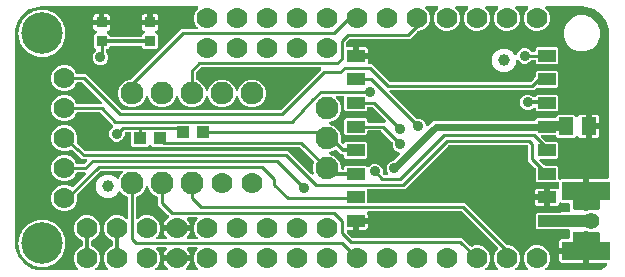
<source format=gbr>
G04 EAGLE Gerber RS-274X export*
G75*
%MOMM*%
%FSLAX34Y34*%
%LPD*%
%INTop Copper*%
%IPPOS*%
%AMOC8*
5,1,8,0,0,1.08239X$1,22.5*%
G01*
%ADD10C,1.778000*%
%ADD11R,0.900000X0.900000*%
%ADD12R,1.240000X1.500000*%
%ADD13R,1.500000X1.000000*%
%ADD14R,1.100000X1.000000*%
%ADD15R,4.064000X1.524000*%
%ADD16R,2.032000X1.016000*%
%ADD17C,1.930400*%
%ADD18C,3.516000*%
%ADD19C,1.000000*%
%ADD20C,0.906400*%
%ADD21C,0.304800*%
%ADD22C,0.609600*%
%ADD23C,0.254000*%
%ADD24C,0.812800*%
%ADD25C,1.016000*%
%ADD26C,1.422400*%

G36*
X55285Y2558D02*
X55285Y2558D01*
X55424Y2571D01*
X55443Y2578D01*
X55464Y2581D01*
X55592Y2632D01*
X55724Y2679D01*
X55740Y2690D01*
X55759Y2698D01*
X55872Y2779D01*
X55987Y2857D01*
X56000Y2873D01*
X56017Y2884D01*
X56105Y2992D01*
X56197Y3096D01*
X56206Y3114D01*
X56219Y3129D01*
X56279Y3255D01*
X56342Y3379D01*
X56346Y3399D01*
X56355Y3417D01*
X56381Y3554D01*
X56411Y3689D01*
X56411Y3710D01*
X56415Y3729D01*
X56406Y3868D01*
X56402Y4007D01*
X56396Y4027D01*
X56395Y4047D01*
X56352Y4179D01*
X56313Y4313D01*
X56303Y4330D01*
X56297Y4349D01*
X56222Y4467D01*
X56152Y4587D01*
X56133Y4608D01*
X56127Y4618D01*
X56112Y4632D01*
X56045Y4707D01*
X54240Y6513D01*
X52577Y10527D01*
X52577Y14873D01*
X54240Y18887D01*
X57313Y21960D01*
X59160Y22725D01*
X59185Y22740D01*
X59213Y22749D01*
X59323Y22818D01*
X59436Y22882D01*
X59457Y22903D01*
X59482Y22919D01*
X59571Y23013D01*
X59664Y23104D01*
X59680Y23129D01*
X59700Y23150D01*
X59763Y23264D01*
X59831Y23375D01*
X59839Y23403D01*
X59854Y23429D01*
X59886Y23555D01*
X59924Y23679D01*
X59926Y23708D01*
X59933Y23737D01*
X59943Y23898D01*
X59943Y26903D01*
X59940Y26932D01*
X59942Y26961D01*
X59920Y27089D01*
X59903Y27218D01*
X59893Y27245D01*
X59888Y27275D01*
X59834Y27393D01*
X59786Y27514D01*
X59769Y27538D01*
X59757Y27565D01*
X59676Y27666D01*
X59600Y27771D01*
X59577Y27790D01*
X59558Y27813D01*
X59455Y27891D01*
X59355Y27974D01*
X59328Y27986D01*
X59304Y28004D01*
X59160Y28075D01*
X57313Y28840D01*
X54240Y31913D01*
X52577Y35927D01*
X52577Y40273D01*
X54240Y44287D01*
X57313Y47360D01*
X61327Y49023D01*
X65673Y49023D01*
X69687Y47360D01*
X72760Y44287D01*
X74423Y40273D01*
X74423Y35927D01*
X72760Y31913D01*
X69687Y28840D01*
X67840Y28075D01*
X67815Y28061D01*
X67787Y28051D01*
X67677Y27982D01*
X67564Y27918D01*
X67543Y27897D01*
X67518Y27881D01*
X67429Y27787D01*
X67336Y27696D01*
X67320Y27671D01*
X67300Y27650D01*
X67237Y27536D01*
X67169Y27425D01*
X67161Y27397D01*
X67146Y27371D01*
X67114Y27245D01*
X67076Y27121D01*
X67074Y27092D01*
X67067Y27063D01*
X67057Y26903D01*
X67057Y23898D01*
X67060Y23868D01*
X67058Y23839D01*
X67080Y23711D01*
X67097Y23582D01*
X67107Y23555D01*
X67112Y23525D01*
X67166Y23407D01*
X67214Y23286D01*
X67231Y23262D01*
X67243Y23235D01*
X67324Y23134D01*
X67400Y23029D01*
X67423Y23010D01*
X67442Y22987D01*
X67545Y22909D01*
X67645Y22826D01*
X67672Y22814D01*
X67696Y22796D01*
X67840Y22725D01*
X69687Y21960D01*
X72760Y18887D01*
X74423Y14873D01*
X74423Y10527D01*
X72760Y6513D01*
X70955Y4707D01*
X70869Y4598D01*
X70781Y4491D01*
X70772Y4472D01*
X70760Y4456D01*
X70704Y4328D01*
X70645Y4203D01*
X70641Y4183D01*
X70633Y4164D01*
X70611Y4026D01*
X70585Y3890D01*
X70587Y3870D01*
X70583Y3850D01*
X70596Y3711D01*
X70605Y3573D01*
X70611Y3554D01*
X70613Y3534D01*
X70660Y3402D01*
X70703Y3271D01*
X70714Y3253D01*
X70721Y3234D01*
X70799Y3119D01*
X70873Y3002D01*
X70888Y2988D01*
X70899Y2971D01*
X71004Y2879D01*
X71105Y2784D01*
X71123Y2774D01*
X71138Y2761D01*
X71262Y2697D01*
X71383Y2630D01*
X71403Y2625D01*
X71421Y2616D01*
X71557Y2586D01*
X71691Y2551D01*
X71719Y2549D01*
X71731Y2546D01*
X71752Y2547D01*
X71852Y2541D01*
X80548Y2541D01*
X80685Y2558D01*
X80824Y2571D01*
X80843Y2578D01*
X80864Y2581D01*
X80992Y2632D01*
X81124Y2679D01*
X81140Y2690D01*
X81159Y2698D01*
X81272Y2779D01*
X81387Y2857D01*
X81400Y2873D01*
X81417Y2884D01*
X81505Y2992D01*
X81597Y3096D01*
X81606Y3114D01*
X81619Y3129D01*
X81679Y3255D01*
X81742Y3379D01*
X81746Y3399D01*
X81755Y3417D01*
X81781Y3554D01*
X81811Y3689D01*
X81811Y3710D01*
X81815Y3729D01*
X81806Y3868D01*
X81802Y4007D01*
X81796Y4027D01*
X81795Y4047D01*
X81752Y4179D01*
X81713Y4313D01*
X81703Y4330D01*
X81697Y4349D01*
X81622Y4467D01*
X81552Y4587D01*
X81533Y4608D01*
X81527Y4618D01*
X81512Y4632D01*
X81445Y4707D01*
X79640Y6513D01*
X77977Y10527D01*
X77977Y14873D01*
X79640Y18887D01*
X82713Y21960D01*
X84560Y22725D01*
X84585Y22740D01*
X84613Y22749D01*
X84723Y22818D01*
X84836Y22882D01*
X84857Y22903D01*
X84882Y22919D01*
X84971Y23013D01*
X85064Y23104D01*
X85080Y23129D01*
X85100Y23150D01*
X85163Y23264D01*
X85231Y23375D01*
X85239Y23403D01*
X85254Y23429D01*
X85286Y23555D01*
X85324Y23679D01*
X85326Y23708D01*
X85333Y23737D01*
X85343Y23898D01*
X85343Y26902D01*
X85340Y26932D01*
X85342Y26961D01*
X85320Y27089D01*
X85303Y27218D01*
X85293Y27245D01*
X85288Y27275D01*
X85234Y27393D01*
X85186Y27514D01*
X85169Y27538D01*
X85157Y27565D01*
X85076Y27666D01*
X85000Y27771D01*
X84977Y27790D01*
X84958Y27813D01*
X84855Y27891D01*
X84755Y27974D01*
X84728Y27986D01*
X84704Y28004D01*
X84560Y28075D01*
X82713Y28840D01*
X79640Y31913D01*
X77977Y35927D01*
X77977Y40273D01*
X79640Y44287D01*
X82713Y47360D01*
X86727Y49023D01*
X91073Y49023D01*
X95087Y47360D01*
X96131Y46317D01*
X96240Y46232D01*
X96347Y46143D01*
X96366Y46134D01*
X96382Y46122D01*
X96509Y46066D01*
X96635Y46007D01*
X96655Y46003D01*
X96674Y45995D01*
X96812Y45973D01*
X96948Y45947D01*
X96968Y45949D01*
X96988Y45945D01*
X97127Y45958D01*
X97265Y45967D01*
X97284Y45973D01*
X97304Y45975D01*
X97436Y46022D01*
X97567Y46065D01*
X97585Y46076D01*
X97604Y46083D01*
X97719Y46161D01*
X97836Y46235D01*
X97850Y46250D01*
X97867Y46261D01*
X97959Y46365D01*
X98054Y46467D01*
X98064Y46485D01*
X98077Y46500D01*
X98140Y46624D01*
X98208Y46745D01*
X98213Y46765D01*
X98222Y46783D01*
X98252Y46919D01*
X98287Y47053D01*
X98289Y47081D01*
X98292Y47093D01*
X98291Y47114D01*
X98297Y47214D01*
X98297Y64072D01*
X98294Y64102D01*
X98296Y64131D01*
X98274Y64259D01*
X98257Y64388D01*
X98247Y64415D01*
X98242Y64445D01*
X98188Y64563D01*
X98140Y64684D01*
X98123Y64708D01*
X98111Y64735D01*
X98030Y64836D01*
X97954Y64941D01*
X97931Y64960D01*
X97912Y64983D01*
X97809Y65061D01*
X97709Y65144D01*
X97682Y65156D01*
X97658Y65174D01*
X97514Y65245D01*
X94981Y66294D01*
X92090Y69186D01*
X91990Y69263D01*
X91895Y69345D01*
X91865Y69360D01*
X91838Y69381D01*
X91723Y69431D01*
X91610Y69487D01*
X91577Y69494D01*
X91546Y69507D01*
X91422Y69527D01*
X91299Y69553D01*
X91266Y69552D01*
X91232Y69557D01*
X91107Y69545D01*
X90982Y69540D01*
X90949Y69530D01*
X90916Y69527D01*
X90797Y69485D01*
X90677Y69448D01*
X90648Y69431D01*
X90616Y69419D01*
X90513Y69349D01*
X90405Y69284D01*
X90381Y69260D01*
X90353Y69241D01*
X90270Y69147D01*
X90182Y69057D01*
X90155Y69016D01*
X90143Y69002D01*
X90133Y68983D01*
X90093Y68923D01*
X88601Y66339D01*
X83960Y63659D01*
X78600Y63659D01*
X73959Y66339D01*
X71279Y70980D01*
X71279Y76340D01*
X73959Y80981D01*
X78600Y83661D01*
X83960Y83661D01*
X88601Y80981D01*
X88672Y80858D01*
X88706Y80813D01*
X88732Y80763D01*
X88802Y80687D01*
X88864Y80605D01*
X88908Y80570D01*
X88946Y80528D01*
X89032Y80472D01*
X89113Y80407D01*
X89165Y80384D01*
X89212Y80353D01*
X89309Y80320D01*
X89404Y80278D01*
X89460Y80268D01*
X89513Y80250D01*
X89615Y80242D01*
X89717Y80225D01*
X89774Y80229D01*
X89830Y80225D01*
X89931Y80243D01*
X90034Y80251D01*
X90088Y80270D01*
X90143Y80279D01*
X90237Y80322D01*
X90335Y80356D01*
X90382Y80387D01*
X90433Y80410D01*
X90514Y80474D01*
X90600Y80531D01*
X90637Y80573D01*
X90682Y80609D01*
X90744Y80691D01*
X90813Y80768D01*
X90839Y80818D01*
X90873Y80863D01*
X90944Y81007D01*
X91694Y82819D01*
X93576Y84701D01*
X93661Y84810D01*
X93750Y84917D01*
X93758Y84936D01*
X93771Y84952D01*
X93826Y85080D01*
X93885Y85205D01*
X93889Y85225D01*
X93897Y85244D01*
X93919Y85382D01*
X93945Y85518D01*
X93944Y85538D01*
X93947Y85558D01*
X93934Y85697D01*
X93925Y85835D01*
X93919Y85854D01*
X93917Y85874D01*
X93870Y86006D01*
X93827Y86137D01*
X93816Y86155D01*
X93810Y86174D01*
X93731Y86289D01*
X93657Y86406D01*
X93642Y86420D01*
X93631Y86437D01*
X93527Y86529D01*
X93425Y86624D01*
X93408Y86634D01*
X93393Y86647D01*
X93268Y86711D01*
X93147Y86778D01*
X93127Y86783D01*
X93109Y86792D01*
X92973Y86822D01*
X92839Y86857D01*
X92811Y86859D01*
X92799Y86862D01*
X92779Y86861D01*
X92678Y86867D01*
X75554Y86867D01*
X75456Y86855D01*
X75357Y86852D01*
X75298Y86835D01*
X75238Y86827D01*
X75146Y86791D01*
X75051Y86763D01*
X74999Y86733D01*
X74943Y86710D01*
X74863Y86652D01*
X74777Y86602D01*
X74702Y86536D01*
X74685Y86524D01*
X74677Y86514D01*
X74656Y86496D01*
X55522Y67361D01*
X55503Y67337D01*
X55481Y67318D01*
X55406Y67212D01*
X55327Y67110D01*
X55315Y67082D01*
X55298Y67058D01*
X55252Y66937D01*
X55200Y66818D01*
X55196Y66788D01*
X55185Y66761D01*
X55171Y66632D01*
X55150Y66504D01*
X55153Y66474D01*
X55150Y66445D01*
X55168Y66316D01*
X55180Y66187D01*
X55190Y66159D01*
X55194Y66130D01*
X55246Y65978D01*
X55373Y65673D01*
X55373Y61327D01*
X53710Y57313D01*
X50637Y54240D01*
X46623Y52577D01*
X42277Y52577D01*
X38263Y54240D01*
X35190Y57313D01*
X33527Y61327D01*
X33527Y65673D01*
X35190Y69687D01*
X38263Y72760D01*
X42277Y74423D01*
X46623Y74423D01*
X50520Y72809D01*
X50548Y72801D01*
X50574Y72787D01*
X50701Y72759D01*
X50826Y72725D01*
X50856Y72724D01*
X50885Y72718D01*
X51015Y72722D01*
X51144Y72720D01*
X51173Y72726D01*
X51203Y72727D01*
X51327Y72763D01*
X51454Y72794D01*
X51480Y72808D01*
X51508Y72816D01*
X51620Y72882D01*
X51735Y72942D01*
X51757Y72962D01*
X51782Y72977D01*
X51903Y73084D01*
X62250Y83431D01*
X62335Y83540D01*
X62424Y83647D01*
X62432Y83666D01*
X62445Y83682D01*
X62500Y83810D01*
X62559Y83935D01*
X62563Y83955D01*
X62571Y83974D01*
X62593Y84112D01*
X62619Y84248D01*
X62618Y84268D01*
X62621Y84288D01*
X62608Y84427D01*
X62599Y84565D01*
X62593Y84584D01*
X62591Y84604D01*
X62544Y84736D01*
X62501Y84867D01*
X62490Y84885D01*
X62483Y84904D01*
X62405Y85019D01*
X62331Y85136D01*
X62316Y85150D01*
X62305Y85167D01*
X62201Y85259D01*
X62099Y85354D01*
X62082Y85364D01*
X62066Y85377D01*
X61943Y85440D01*
X61821Y85508D01*
X61801Y85513D01*
X61783Y85522D01*
X61647Y85552D01*
X61513Y85587D01*
X61485Y85589D01*
X61473Y85592D01*
X61452Y85591D01*
X61352Y85597D01*
X55753Y85597D01*
X55723Y85594D01*
X55694Y85596D01*
X55566Y85574D01*
X55437Y85557D01*
X55410Y85547D01*
X55381Y85542D01*
X55262Y85488D01*
X55141Y85440D01*
X55118Y85423D01*
X55091Y85411D01*
X54989Y85330D01*
X54884Y85254D01*
X54865Y85231D01*
X54842Y85212D01*
X54764Y85109D01*
X54681Y85009D01*
X54669Y84982D01*
X54651Y84958D01*
X54580Y84814D01*
X53710Y82713D01*
X50637Y79640D01*
X46623Y77977D01*
X42277Y77977D01*
X38263Y79640D01*
X35190Y82713D01*
X33527Y86727D01*
X33527Y91073D01*
X35190Y95087D01*
X38263Y98160D01*
X42277Y99823D01*
X46623Y99823D01*
X50637Y98160D01*
X53710Y95087D01*
X54580Y92986D01*
X54595Y92961D01*
X54604Y92933D01*
X54673Y92823D01*
X54738Y92710D01*
X54758Y92689D01*
X54774Y92664D01*
X54869Y92575D01*
X54959Y92482D01*
X54984Y92466D01*
X55006Y92446D01*
X55119Y92383D01*
X55230Y92315D01*
X55258Y92307D01*
X55284Y92292D01*
X55410Y92260D01*
X55534Y92222D01*
X55563Y92220D01*
X55592Y92213D01*
X55753Y92203D01*
X60336Y92203D01*
X60434Y92215D01*
X60533Y92218D01*
X60592Y92235D01*
X60652Y92243D01*
X60744Y92279D01*
X60839Y92307D01*
X60891Y92337D01*
X60947Y92360D01*
X61027Y92418D01*
X61113Y92468D01*
X61188Y92534D01*
X61205Y92546D01*
X61213Y92556D01*
X61234Y92574D01*
X63520Y94861D01*
X63605Y94970D01*
X63694Y95077D01*
X63702Y95096D01*
X63715Y95112D01*
X63770Y95240D01*
X63829Y95365D01*
X63833Y95385D01*
X63841Y95404D01*
X63863Y95542D01*
X63889Y95678D01*
X63888Y95698D01*
X63891Y95718D01*
X63878Y95857D01*
X63869Y95995D01*
X63863Y96014D01*
X63861Y96034D01*
X63814Y96166D01*
X63771Y96297D01*
X63760Y96315D01*
X63753Y96334D01*
X63675Y96449D01*
X63601Y96566D01*
X63586Y96580D01*
X63575Y96597D01*
X63471Y96689D01*
X63369Y96784D01*
X63352Y96794D01*
X63336Y96807D01*
X63212Y96871D01*
X63091Y96938D01*
X63071Y96943D01*
X63053Y96952D01*
X62917Y96982D01*
X62783Y97017D01*
X62755Y97019D01*
X62743Y97022D01*
X62722Y97021D01*
X62622Y97027D01*
X61150Y97027D01*
X61128Y97025D01*
X61045Y97023D01*
X59789Y96918D01*
X59754Y96938D01*
X59656Y96963D01*
X58759Y97860D01*
X58742Y97873D01*
X58681Y97932D01*
X50988Y104441D01*
X50874Y104515D01*
X50763Y104593D01*
X50741Y104602D01*
X50722Y104615D01*
X50593Y104658D01*
X50466Y104706D01*
X50443Y104709D01*
X50420Y104716D01*
X50285Y104726D01*
X50150Y104741D01*
X50127Y104738D01*
X50103Y104740D01*
X49970Y104716D01*
X49835Y104697D01*
X49804Y104686D01*
X49790Y104684D01*
X49771Y104675D01*
X49683Y104645D01*
X46623Y103377D01*
X42277Y103377D01*
X38263Y105040D01*
X35190Y108113D01*
X33527Y112127D01*
X33527Y116473D01*
X35190Y120487D01*
X38263Y123560D01*
X42277Y125223D01*
X46623Y125223D01*
X50637Y123560D01*
X53710Y120487D01*
X55373Y116473D01*
X55373Y112127D01*
X54886Y110952D01*
X54864Y110873D01*
X54833Y110797D01*
X54822Y110720D01*
X54802Y110645D01*
X54801Y110563D01*
X54789Y110482D01*
X54798Y110405D01*
X54797Y110327D01*
X54816Y110247D01*
X54825Y110166D01*
X54853Y110094D01*
X54871Y110018D01*
X54910Y109945D01*
X54939Y109869D01*
X54984Y109805D01*
X55020Y109737D01*
X55075Y109676D01*
X55123Y109609D01*
X55230Y109506D01*
X55234Y109502D01*
X55235Y109501D01*
X55239Y109497D01*
X61815Y103933D01*
X61854Y103908D01*
X61888Y103876D01*
X61987Y103821D01*
X62081Y103760D01*
X62125Y103745D01*
X62166Y103722D01*
X62276Y103694D01*
X62383Y103658D01*
X62429Y103655D01*
X62474Y103643D01*
X62635Y103633D01*
X233778Y103633D01*
X253459Y83952D01*
X253514Y83909D01*
X253563Y83859D01*
X253639Y83812D01*
X253710Y83757D01*
X253775Y83729D01*
X253834Y83692D01*
X253920Y83666D01*
X254002Y83630D01*
X254071Y83619D01*
X254138Y83599D01*
X254227Y83595D01*
X254316Y83580D01*
X254386Y83587D01*
X254456Y83584D01*
X254543Y83602D01*
X254633Y83610D01*
X254699Y83634D01*
X254767Y83648D01*
X254848Y83687D01*
X254932Y83718D01*
X254990Y83757D01*
X255053Y83788D01*
X255121Y83846D01*
X255195Y83896D01*
X255242Y83949D01*
X255295Y83994D01*
X255346Y84068D01*
X255406Y84135D01*
X255438Y84197D01*
X255478Y84254D01*
X255510Y84338D01*
X255550Y84418D01*
X255566Y84486D01*
X255591Y84552D01*
X255600Y84641D01*
X255620Y84728D01*
X255618Y84798D01*
X255626Y84868D01*
X255613Y84957D01*
X255610Y85046D01*
X255591Y85113D01*
X255581Y85182D01*
X255529Y85335D01*
X255015Y86576D01*
X255015Y91224D01*
X256064Y93757D01*
X256072Y93785D01*
X256086Y93812D01*
X256114Y93938D01*
X256148Y94064D01*
X256149Y94093D01*
X256155Y94122D01*
X256151Y94252D01*
X256153Y94382D01*
X256146Y94410D01*
X256146Y94440D01*
X256109Y94564D01*
X256079Y94691D01*
X256065Y94717D01*
X256057Y94745D01*
X255991Y94857D01*
X255930Y94972D01*
X255911Y94994D01*
X255896Y95019D01*
X255789Y95140D01*
X244114Y106816D01*
X244035Y106876D01*
X243963Y106944D01*
X243910Y106973D01*
X243862Y107010D01*
X243771Y107050D01*
X243685Y107098D01*
X243626Y107113D01*
X243571Y107137D01*
X243473Y107152D01*
X243377Y107177D01*
X243277Y107183D01*
X243256Y107187D01*
X243244Y107185D01*
X243216Y107187D01*
X127607Y107187D01*
X127586Y107193D01*
X127531Y107217D01*
X127433Y107232D01*
X127337Y107257D01*
X127237Y107263D01*
X127217Y107267D01*
X127205Y107265D01*
X127176Y107267D01*
X118998Y107267D01*
X117738Y108528D01*
X117643Y108601D01*
X117554Y108680D01*
X117518Y108698D01*
X117486Y108723D01*
X117377Y108770D01*
X117271Y108824D01*
X117232Y108833D01*
X117194Y108849D01*
X117077Y108868D01*
X116961Y108894D01*
X116920Y108893D01*
X116880Y108899D01*
X116762Y108888D01*
X116643Y108884D01*
X116604Y108873D01*
X116564Y108869D01*
X116451Y108829D01*
X116337Y108796D01*
X116303Y108775D01*
X116264Y108762D01*
X116166Y108695D01*
X116063Y108634D01*
X116018Y108594D01*
X116001Y108583D01*
X115988Y108568D01*
X115943Y108528D01*
X114682Y107267D01*
X101998Y107267D01*
X100807Y108458D01*
X100807Y118618D01*
X100792Y118736D01*
X100785Y118855D01*
X100772Y118893D01*
X100767Y118934D01*
X100724Y119044D01*
X100687Y119157D01*
X100665Y119192D01*
X100650Y119229D01*
X100581Y119325D01*
X100517Y119426D01*
X100487Y119454D01*
X100464Y119487D01*
X100372Y119563D01*
X100285Y119644D01*
X100250Y119664D01*
X100219Y119689D01*
X100111Y119740D01*
X100007Y119798D01*
X99967Y119808D01*
X99931Y119825D01*
X99814Y119847D01*
X99699Y119877D01*
X99639Y119881D01*
X99619Y119885D01*
X99598Y119883D01*
X99538Y119887D01*
X96734Y119887D01*
X96616Y119872D01*
X96497Y119865D01*
X96459Y119852D01*
X96418Y119847D01*
X96308Y119804D01*
X96195Y119767D01*
X96160Y119745D01*
X96123Y119730D01*
X96027Y119661D01*
X95926Y119597D01*
X95898Y119567D01*
X95865Y119544D01*
X95789Y119452D01*
X95708Y119365D01*
X95688Y119330D01*
X95663Y119299D01*
X95612Y119191D01*
X95554Y119087D01*
X95544Y119047D01*
X95527Y119011D01*
X95505Y118894D01*
X95475Y118779D01*
X95471Y118719D01*
X95467Y118699D01*
X95469Y118678D01*
X95465Y118618D01*
X95465Y116804D01*
X94465Y114391D01*
X92619Y112545D01*
X90206Y111545D01*
X87594Y111545D01*
X85181Y112545D01*
X83335Y114391D01*
X82335Y116804D01*
X82335Y119416D01*
X83335Y121829D01*
X85189Y123683D01*
X85194Y123685D01*
X85285Y123746D01*
X85380Y123801D01*
X85416Y123835D01*
X85457Y123863D01*
X85530Y123945D01*
X85609Y124022D01*
X85635Y124064D01*
X85668Y124102D01*
X85717Y124199D01*
X85775Y124293D01*
X85790Y124341D01*
X85812Y124385D01*
X85836Y124492D01*
X85869Y124597D01*
X85871Y124647D01*
X85882Y124695D01*
X85878Y124805D01*
X85884Y124915D01*
X85874Y124963D01*
X85872Y125013D01*
X85842Y125118D01*
X85819Y125226D01*
X85798Y125271D01*
X85784Y125319D01*
X85728Y125413D01*
X85680Y125512D01*
X85648Y125550D01*
X85622Y125593D01*
X85516Y125713D01*
X75204Y136026D01*
X75125Y136086D01*
X75053Y136154D01*
X75000Y136183D01*
X74952Y136220D01*
X74861Y136260D01*
X74775Y136308D01*
X74716Y136323D01*
X74661Y136347D01*
X74563Y136362D01*
X74467Y136387D01*
X74367Y136393D01*
X74346Y136397D01*
X74334Y136395D01*
X74306Y136397D01*
X55753Y136397D01*
X55723Y136394D01*
X55694Y136396D01*
X55566Y136374D01*
X55437Y136357D01*
X55410Y136347D01*
X55381Y136342D01*
X55262Y136288D01*
X55141Y136240D01*
X55118Y136223D01*
X55091Y136211D01*
X54989Y136130D01*
X54884Y136054D01*
X54865Y136031D01*
X54842Y136012D01*
X54764Y135909D01*
X54681Y135809D01*
X54669Y135782D01*
X54651Y135758D01*
X54580Y135614D01*
X53710Y133513D01*
X50637Y130440D01*
X46623Y128777D01*
X42277Y128777D01*
X38263Y130440D01*
X35190Y133513D01*
X33527Y137527D01*
X33527Y141873D01*
X35190Y145887D01*
X38263Y148960D01*
X42277Y150623D01*
X46623Y150623D01*
X50637Y148960D01*
X53710Y145887D01*
X54580Y143786D01*
X54595Y143761D01*
X54604Y143733D01*
X54673Y143623D01*
X54738Y143510D01*
X54758Y143489D01*
X54774Y143464D01*
X54869Y143375D01*
X54959Y143282D01*
X54984Y143266D01*
X55006Y143246D01*
X55119Y143183D01*
X55230Y143115D01*
X55258Y143107D01*
X55284Y143092D01*
X55410Y143060D01*
X55534Y143022D01*
X55563Y143020D01*
X55592Y143013D01*
X55753Y143003D01*
X75322Y143003D01*
X75460Y143020D01*
X75599Y143033D01*
X75618Y143040D01*
X75638Y143043D01*
X75767Y143094D01*
X75898Y143141D01*
X75915Y143152D01*
X75933Y143160D01*
X76046Y143241D01*
X76161Y143319D01*
X76174Y143335D01*
X76191Y143346D01*
X76279Y143454D01*
X76372Y143558D01*
X76381Y143576D01*
X76394Y143591D01*
X76453Y143717D01*
X76516Y143841D01*
X76521Y143861D01*
X76529Y143879D01*
X76555Y144015D01*
X76586Y144151D01*
X76585Y144172D01*
X76589Y144191D01*
X76580Y144330D01*
X76576Y144469D01*
X76570Y144489D01*
X76569Y144509D01*
X76526Y144641D01*
X76488Y144775D01*
X76477Y144792D01*
X76471Y144811D01*
X76397Y144929D01*
X76326Y145049D01*
X76308Y145070D01*
X76301Y145080D01*
X76286Y145094D01*
X76220Y145169D01*
X59964Y161426D01*
X59885Y161486D01*
X59813Y161554D01*
X59760Y161583D01*
X59712Y161620D01*
X59621Y161660D01*
X59535Y161708D01*
X59476Y161723D01*
X59421Y161747D01*
X59323Y161762D01*
X59227Y161787D01*
X59127Y161793D01*
X59106Y161797D01*
X59094Y161795D01*
X59066Y161797D01*
X55753Y161797D01*
X55723Y161794D01*
X55694Y161796D01*
X55566Y161774D01*
X55437Y161757D01*
X55410Y161747D01*
X55381Y161742D01*
X55262Y161688D01*
X55141Y161640D01*
X55118Y161623D01*
X55091Y161611D01*
X54989Y161530D01*
X54884Y161454D01*
X54865Y161431D01*
X54842Y161412D01*
X54764Y161309D01*
X54681Y161209D01*
X54669Y161182D01*
X54651Y161158D01*
X54580Y161014D01*
X53710Y158913D01*
X50637Y155840D01*
X46623Y154177D01*
X42277Y154177D01*
X38263Y155840D01*
X35190Y158913D01*
X33527Y162927D01*
X33527Y167273D01*
X35190Y171287D01*
X38263Y174360D01*
X42277Y176023D01*
X46623Y176023D01*
X50637Y174360D01*
X53710Y171287D01*
X54580Y169186D01*
X54595Y169161D01*
X54604Y169133D01*
X54673Y169023D01*
X54738Y168910D01*
X54758Y168889D01*
X54774Y168864D01*
X54869Y168775D01*
X54959Y168682D01*
X54984Y168666D01*
X55006Y168646D01*
X55119Y168583D01*
X55230Y168515D01*
X55258Y168507D01*
X55284Y168492D01*
X55410Y168460D01*
X55534Y168422D01*
X55563Y168420D01*
X55592Y168413D01*
X55753Y168403D01*
X62328Y168403D01*
X92436Y138294D01*
X92515Y138234D01*
X92587Y138166D01*
X92640Y138137D01*
X92688Y138100D01*
X92779Y138060D01*
X92865Y138012D01*
X92924Y137997D01*
X92979Y137973D01*
X93077Y137958D01*
X93173Y137933D01*
X93273Y137927D01*
X93293Y137923D01*
X93306Y137925D01*
X93334Y137923D01*
X226706Y137923D01*
X226804Y137935D01*
X226903Y137938D01*
X226962Y137955D01*
X227022Y137963D01*
X227114Y137999D01*
X227209Y138027D01*
X227261Y138057D01*
X227317Y138080D01*
X227397Y138138D01*
X227483Y138188D01*
X227558Y138254D01*
X227575Y138266D01*
X227583Y138276D01*
X227604Y138294D01*
X260486Y171176D01*
X260486Y171177D01*
X261640Y172331D01*
X261725Y172440D01*
X261814Y172547D01*
X261822Y172566D01*
X261835Y172582D01*
X261890Y172709D01*
X261949Y172835D01*
X261953Y172855D01*
X261961Y172874D01*
X261983Y173012D01*
X262009Y173148D01*
X262008Y173168D01*
X262011Y173188D01*
X261998Y173327D01*
X261989Y173465D01*
X261983Y173484D01*
X261981Y173504D01*
X261934Y173636D01*
X261891Y173767D01*
X261880Y173785D01*
X261873Y173804D01*
X261795Y173919D01*
X261721Y174036D01*
X261706Y174050D01*
X261695Y174067D01*
X261591Y174159D01*
X261489Y174254D01*
X261472Y174264D01*
X261456Y174277D01*
X261333Y174340D01*
X261211Y174408D01*
X261191Y174413D01*
X261173Y174422D01*
X261037Y174452D01*
X260903Y174487D01*
X260875Y174489D01*
X260863Y174492D01*
X260842Y174491D01*
X260742Y174497D01*
X160644Y174497D01*
X160546Y174485D01*
X160447Y174482D01*
X160388Y174465D01*
X160328Y174457D01*
X160236Y174421D01*
X160141Y174393D01*
X160089Y174363D01*
X160033Y174340D01*
X159953Y174282D01*
X159867Y174232D01*
X159792Y174166D01*
X159775Y174154D01*
X159767Y174144D01*
X159746Y174126D01*
X156074Y170454D01*
X156014Y170375D01*
X155946Y170303D01*
X155917Y170250D01*
X155880Y170202D01*
X155840Y170111D01*
X155792Y170025D01*
X155777Y169966D01*
X155753Y169911D01*
X155738Y169813D01*
X155713Y169717D01*
X155707Y169617D01*
X155703Y169596D01*
X155705Y169584D01*
X155703Y169556D01*
X155703Y164528D01*
X155706Y164498D01*
X155704Y164469D01*
X155726Y164341D01*
X155743Y164212D01*
X155753Y164185D01*
X155758Y164155D01*
X155812Y164037D01*
X155860Y163916D01*
X155877Y163892D01*
X155889Y163865D01*
X155970Y163764D01*
X156046Y163659D01*
X156069Y163640D01*
X156088Y163617D01*
X156191Y163539D01*
X156291Y163456D01*
X156318Y163444D01*
X156342Y163426D01*
X156486Y163355D01*
X159019Y162306D01*
X162306Y159019D01*
X163927Y155104D01*
X163996Y154984D01*
X164061Y154860D01*
X164075Y154846D01*
X164085Y154828D01*
X164182Y154728D01*
X164275Y154625D01*
X164292Y154614D01*
X164306Y154599D01*
X164424Y154527D01*
X164541Y154450D01*
X164560Y154444D01*
X164577Y154433D01*
X164710Y154392D01*
X164842Y154347D01*
X164862Y154346D01*
X164881Y154340D01*
X165020Y154333D01*
X165159Y154322D01*
X165179Y154325D01*
X165199Y154324D01*
X165335Y154353D01*
X165472Y154376D01*
X165490Y154385D01*
X165510Y154389D01*
X165636Y154450D01*
X165762Y154507D01*
X165778Y154520D01*
X165796Y154528D01*
X165902Y154619D01*
X166010Y154706D01*
X166023Y154722D01*
X166038Y154735D01*
X166118Y154849D01*
X166202Y154960D01*
X166214Y154985D01*
X166221Y154995D01*
X166228Y155014D01*
X166273Y155104D01*
X167894Y159019D01*
X171181Y162306D01*
X175476Y164085D01*
X180124Y164085D01*
X184419Y162306D01*
X187706Y159019D01*
X189327Y155104D01*
X189396Y154984D01*
X189461Y154860D01*
X189475Y154846D01*
X189485Y154828D01*
X189582Y154728D01*
X189675Y154625D01*
X189692Y154614D01*
X189706Y154599D01*
X189824Y154527D01*
X189941Y154450D01*
X189960Y154444D01*
X189977Y154433D01*
X190110Y154392D01*
X190242Y154347D01*
X190262Y154346D01*
X190281Y154340D01*
X190420Y154333D01*
X190559Y154322D01*
X190579Y154325D01*
X190599Y154324D01*
X190735Y154353D01*
X190872Y154376D01*
X190890Y154385D01*
X190910Y154389D01*
X191036Y154450D01*
X191162Y154507D01*
X191178Y154520D01*
X191196Y154528D01*
X191302Y154619D01*
X191410Y154706D01*
X191423Y154722D01*
X191438Y154735D01*
X191518Y154849D01*
X191602Y154960D01*
X191614Y154985D01*
X191621Y154995D01*
X191628Y155014D01*
X191673Y155104D01*
X193294Y159019D01*
X196581Y162306D01*
X200876Y164085D01*
X205524Y164085D01*
X209819Y162306D01*
X213106Y159019D01*
X214885Y154724D01*
X214885Y150076D01*
X213106Y145781D01*
X209819Y142494D01*
X205524Y140715D01*
X200876Y140715D01*
X196581Y142494D01*
X193294Y145781D01*
X191673Y149696D01*
X191604Y149817D01*
X191539Y149940D01*
X191525Y149955D01*
X191515Y149972D01*
X191418Y150072D01*
X191325Y150175D01*
X191308Y150186D01*
X191294Y150201D01*
X191175Y150273D01*
X191059Y150350D01*
X191040Y150356D01*
X191023Y150367D01*
X190890Y150408D01*
X190758Y150453D01*
X190738Y150454D01*
X190719Y150460D01*
X190580Y150467D01*
X190441Y150478D01*
X190421Y150475D01*
X190401Y150476D01*
X190265Y150447D01*
X190128Y150424D01*
X190109Y150415D01*
X190090Y150411D01*
X189964Y150350D01*
X189838Y150293D01*
X189822Y150280D01*
X189804Y150272D01*
X189698Y150181D01*
X189590Y150094D01*
X189577Y150078D01*
X189562Y150065D01*
X189482Y149951D01*
X189398Y149840D01*
X189386Y149815D01*
X189379Y149805D01*
X189372Y149786D01*
X189327Y149696D01*
X187706Y145781D01*
X184419Y142494D01*
X180124Y140715D01*
X175476Y140715D01*
X171181Y142494D01*
X167894Y145781D01*
X166273Y149696D01*
X166204Y149817D01*
X166139Y149940D01*
X166125Y149955D01*
X166115Y149972D01*
X166018Y150072D01*
X165925Y150175D01*
X165908Y150186D01*
X165894Y150201D01*
X165775Y150273D01*
X165659Y150350D01*
X165640Y150356D01*
X165623Y150367D01*
X165490Y150408D01*
X165358Y150453D01*
X165338Y150454D01*
X165319Y150460D01*
X165180Y150467D01*
X165041Y150478D01*
X165021Y150475D01*
X165001Y150476D01*
X164865Y150447D01*
X164728Y150424D01*
X164709Y150415D01*
X164690Y150411D01*
X164564Y150350D01*
X164438Y150293D01*
X164422Y150280D01*
X164404Y150272D01*
X164298Y150181D01*
X164190Y150094D01*
X164177Y150078D01*
X164162Y150065D01*
X164082Y149951D01*
X163998Y149840D01*
X163986Y149815D01*
X163979Y149805D01*
X163972Y149786D01*
X163927Y149696D01*
X162306Y145781D01*
X159019Y142494D01*
X154724Y140715D01*
X150076Y140715D01*
X145781Y142494D01*
X142494Y145781D01*
X140873Y149696D01*
X140804Y149817D01*
X140739Y149940D01*
X140725Y149955D01*
X140715Y149972D01*
X140618Y150072D01*
X140525Y150175D01*
X140508Y150186D01*
X140494Y150201D01*
X140375Y150273D01*
X140259Y150350D01*
X140240Y150356D01*
X140223Y150367D01*
X140090Y150408D01*
X139958Y150453D01*
X139938Y150454D01*
X139919Y150460D01*
X139780Y150467D01*
X139641Y150478D01*
X139621Y150475D01*
X139601Y150476D01*
X139465Y150447D01*
X139328Y150424D01*
X139309Y150415D01*
X139290Y150411D01*
X139164Y150350D01*
X139038Y150293D01*
X139022Y150280D01*
X139004Y150272D01*
X138898Y150181D01*
X138790Y150094D01*
X138777Y150078D01*
X138762Y150065D01*
X138682Y149951D01*
X138598Y149840D01*
X138586Y149815D01*
X138579Y149805D01*
X138572Y149786D01*
X138527Y149696D01*
X136906Y145781D01*
X133619Y142494D01*
X129324Y140715D01*
X124676Y140715D01*
X120381Y142494D01*
X117094Y145781D01*
X115473Y149696D01*
X115404Y149817D01*
X115339Y149940D01*
X115325Y149955D01*
X115315Y149972D01*
X115218Y150072D01*
X115125Y150175D01*
X115108Y150186D01*
X115094Y150201D01*
X114975Y150273D01*
X114859Y150350D01*
X114840Y150356D01*
X114823Y150367D01*
X114690Y150408D01*
X114558Y150453D01*
X114538Y150454D01*
X114519Y150460D01*
X114380Y150467D01*
X114241Y150478D01*
X114221Y150475D01*
X114201Y150476D01*
X114065Y150447D01*
X113928Y150424D01*
X113909Y150415D01*
X113890Y150411D01*
X113764Y150350D01*
X113638Y150293D01*
X113622Y150280D01*
X113604Y150272D01*
X113498Y150181D01*
X113390Y150094D01*
X113377Y150078D01*
X113362Y150065D01*
X113282Y149951D01*
X113198Y149840D01*
X113186Y149815D01*
X113179Y149805D01*
X113172Y149786D01*
X113127Y149696D01*
X111506Y145781D01*
X108219Y142494D01*
X103924Y140715D01*
X99276Y140715D01*
X94981Y142494D01*
X91694Y145781D01*
X89915Y150076D01*
X89915Y154724D01*
X91694Y159019D01*
X94981Y162306D01*
X99276Y164085D01*
X100468Y164085D01*
X100566Y164097D01*
X100665Y164100D01*
X100724Y164117D01*
X100784Y164125D01*
X100876Y164161D01*
X100971Y164189D01*
X101023Y164219D01*
X101079Y164242D01*
X101159Y164300D01*
X101245Y164350D01*
X101320Y164416D01*
X101337Y164428D01*
X101345Y164438D01*
X101366Y164456D01*
X143412Y206503D01*
X155986Y206503D01*
X156124Y206520D01*
X156262Y206533D01*
X156281Y206540D01*
X156302Y206543D01*
X156431Y206594D01*
X156562Y206641D01*
X156578Y206652D01*
X156597Y206660D01*
X156709Y206741D01*
X156825Y206819D01*
X156838Y206835D01*
X156855Y206846D01*
X156943Y206954D01*
X157035Y207058D01*
X157044Y207076D01*
X157057Y207091D01*
X157117Y207217D01*
X157180Y207341D01*
X157184Y207361D01*
X157193Y207379D01*
X157219Y207516D01*
X157249Y207651D01*
X157249Y207672D01*
X157253Y207691D01*
X157244Y207830D01*
X157240Y207969D01*
X157234Y207989D01*
X157233Y208009D01*
X157190Y208141D01*
X157151Y208275D01*
X157141Y208292D01*
X157135Y208311D01*
X157060Y208429D01*
X156990Y208549D01*
X156971Y208570D01*
X156965Y208580D01*
X156950Y208594D01*
X156883Y208669D01*
X155840Y209713D01*
X154177Y213727D01*
X154177Y218073D01*
X155840Y222087D01*
X157645Y223893D01*
X157731Y224002D01*
X157819Y224109D01*
X157828Y224128D01*
X157840Y224144D01*
X157896Y224272D01*
X157955Y224397D01*
X157959Y224417D01*
X157967Y224436D01*
X157989Y224574D01*
X158015Y224710D01*
X158013Y224730D01*
X158017Y224750D01*
X158004Y224889D01*
X157995Y225027D01*
X157989Y225046D01*
X157987Y225066D01*
X157940Y225198D01*
X157897Y225329D01*
X157886Y225347D01*
X157879Y225366D01*
X157801Y225481D01*
X157727Y225598D01*
X157712Y225612D01*
X157701Y225629D01*
X157596Y225721D01*
X157495Y225816D01*
X157477Y225826D01*
X157462Y225839D01*
X157338Y225903D01*
X157217Y225970D01*
X157197Y225975D01*
X157179Y225984D01*
X157043Y226014D01*
X156909Y226049D01*
X156881Y226051D01*
X156869Y226054D01*
X156848Y226053D01*
X156748Y226059D01*
X25400Y226059D01*
X25378Y226057D01*
X25300Y226055D01*
X21923Y225790D01*
X21855Y225776D01*
X21786Y225771D01*
X21630Y225731D01*
X18892Y224841D01*
X18867Y224830D01*
X18841Y224824D01*
X18724Y224763D01*
X18604Y224706D01*
X18583Y224689D01*
X18560Y224677D01*
X18462Y224589D01*
X18445Y224588D01*
X18418Y224593D01*
X18286Y224585D01*
X18153Y224583D01*
X18128Y224575D01*
X18101Y224574D01*
X17945Y224534D01*
X15206Y223644D01*
X15099Y223594D01*
X14988Y223550D01*
X14937Y223517D01*
X14918Y223509D01*
X14903Y223496D01*
X14852Y223464D01*
X9388Y219493D01*
X9301Y219412D01*
X9209Y219336D01*
X9171Y219290D01*
X9156Y219276D01*
X9145Y219258D01*
X9107Y219212D01*
X5136Y213748D01*
X5079Y213644D01*
X5015Y213544D01*
X4993Y213487D01*
X4983Y213469D01*
X4978Y213449D01*
X4956Y213394D01*
X2869Y206970D01*
X2856Y206902D01*
X2833Y206836D01*
X2810Y206677D01*
X2545Y203300D01*
X2546Y203278D01*
X2541Y203200D01*
X2541Y25400D01*
X2543Y25378D01*
X2545Y25300D01*
X2810Y21923D01*
X2824Y21855D01*
X2829Y21786D01*
X2869Y21630D01*
X4956Y15206D01*
X5006Y15099D01*
X5050Y14988D01*
X5083Y14937D01*
X5091Y14918D01*
X5104Y14903D01*
X5136Y14852D01*
X9107Y9388D01*
X9127Y9366D01*
X9138Y9348D01*
X9184Y9305D01*
X9188Y9301D01*
X9264Y9209D01*
X9310Y9171D01*
X9324Y9156D01*
X9342Y9145D01*
X9388Y9107D01*
X14596Y5322D01*
X14852Y5136D01*
X14956Y5079D01*
X15056Y5015D01*
X15113Y4993D01*
X15131Y4983D01*
X15151Y4978D01*
X15206Y4956D01*
X17945Y4066D01*
X17971Y4061D01*
X17996Y4051D01*
X18127Y4031D01*
X18257Y4007D01*
X18284Y4008D01*
X18310Y4004D01*
X18441Y4018D01*
X18455Y4008D01*
X18474Y3989D01*
X18585Y3918D01*
X18694Y3842D01*
X18719Y3832D01*
X18742Y3818D01*
X18892Y3759D01*
X21630Y2869D01*
X21698Y2856D01*
X21764Y2833D01*
X21923Y2810D01*
X25300Y2545D01*
X25322Y2546D01*
X25400Y2541D01*
X55148Y2541D01*
X55285Y2558D01*
G37*
G36*
X486931Y53088D02*
X486931Y53088D01*
X486941Y53087D01*
X487089Y53108D01*
X487238Y53127D01*
X487246Y53130D01*
X487255Y53131D01*
X487408Y53183D01*
X488166Y53497D01*
X488191Y53512D01*
X488219Y53521D01*
X488329Y53590D01*
X488442Y53655D01*
X488463Y53675D01*
X488488Y53691D01*
X488577Y53786D01*
X488670Y53876D01*
X488686Y53901D01*
X488706Y53923D01*
X488769Y54036D01*
X488800Y54087D01*
X496570Y54087D01*
X496628Y54095D01*
X496686Y54093D01*
X496768Y54115D01*
X496852Y54127D01*
X496905Y54151D01*
X496961Y54165D01*
X497034Y54208D01*
X497111Y54243D01*
X497156Y54281D01*
X497206Y54311D01*
X497264Y54372D01*
X497328Y54427D01*
X497360Y54475D01*
X497400Y54518D01*
X497439Y54593D01*
X497486Y54663D01*
X497503Y54719D01*
X497530Y54771D01*
X497541Y54839D01*
X497571Y54934D01*
X497574Y55034D01*
X497585Y55102D01*
X497585Y76200D01*
X497577Y76258D01*
X497579Y76316D01*
X497557Y76398D01*
X497545Y76482D01*
X497522Y76535D01*
X497507Y76591D01*
X497464Y76664D01*
X497429Y76741D01*
X497391Y76786D01*
X497362Y76836D01*
X497300Y76894D01*
X497246Y76958D01*
X497197Y76990D01*
X497154Y77030D01*
X497079Y77069D01*
X497009Y77116D01*
X496953Y77133D01*
X496901Y77160D01*
X496833Y77171D01*
X496738Y77201D01*
X496638Y77204D01*
X496570Y77215D01*
X488949Y77215D01*
X488949Y80011D01*
X504190Y80011D01*
X504308Y80026D01*
X504427Y80033D01*
X504465Y80046D01*
X504506Y80051D01*
X504616Y80094D01*
X504729Y80131D01*
X504764Y80153D01*
X504801Y80168D01*
X504897Y80237D01*
X504998Y80301D01*
X505026Y80331D01*
X505059Y80354D01*
X505135Y80446D01*
X505216Y80533D01*
X505236Y80568D01*
X505261Y80599D01*
X505312Y80707D01*
X505370Y80811D01*
X505380Y80851D01*
X505397Y80887D01*
X505419Y81004D01*
X505449Y81119D01*
X505453Y81179D01*
X505457Y81199D01*
X505455Y81220D01*
X505459Y81280D01*
X505459Y203200D01*
X505457Y203222D01*
X505455Y203300D01*
X505190Y206677D01*
X505176Y206745D01*
X505171Y206814D01*
X505131Y206970D01*
X503044Y213394D01*
X502994Y213501D01*
X502950Y213612D01*
X502917Y213663D01*
X502909Y213682D01*
X502896Y213697D01*
X502864Y213748D01*
X498893Y219212D01*
X498812Y219299D01*
X498736Y219391D01*
X498690Y219429D01*
X498676Y219444D01*
X498658Y219455D01*
X498612Y219493D01*
X493148Y223464D01*
X493044Y223521D01*
X492944Y223585D01*
X492887Y223607D01*
X492869Y223617D01*
X492849Y223622D01*
X492794Y223644D01*
X486370Y225731D01*
X486302Y225744D01*
X486236Y225767D01*
X486077Y225790D01*
X482700Y226055D01*
X482678Y226054D01*
X482600Y226059D01*
X452852Y226059D01*
X452715Y226042D01*
X452576Y226029D01*
X452557Y226022D01*
X452536Y226019D01*
X452408Y225968D01*
X452276Y225921D01*
X452260Y225910D01*
X452241Y225902D01*
X452128Y225821D01*
X452013Y225743D01*
X452000Y225727D01*
X451983Y225716D01*
X451895Y225608D01*
X451803Y225504D01*
X451794Y225486D01*
X451781Y225471D01*
X451721Y225344D01*
X451658Y225221D01*
X451654Y225201D01*
X451645Y225183D01*
X451619Y225046D01*
X451589Y224911D01*
X451589Y224890D01*
X451585Y224871D01*
X451594Y224732D01*
X451598Y224593D01*
X451604Y224573D01*
X451605Y224553D01*
X451648Y224421D01*
X451687Y224287D01*
X451697Y224270D01*
X451703Y224251D01*
X451778Y224133D01*
X451848Y224013D01*
X451867Y223992D01*
X451873Y223982D01*
X451888Y223968D01*
X451955Y223893D01*
X453760Y222087D01*
X455423Y218073D01*
X455423Y213727D01*
X453760Y209713D01*
X450687Y206640D01*
X446673Y204977D01*
X442327Y204977D01*
X438313Y206640D01*
X435240Y209713D01*
X433577Y213727D01*
X433577Y218073D01*
X435240Y222087D01*
X437045Y223893D01*
X437131Y224002D01*
X437219Y224109D01*
X437228Y224128D01*
X437240Y224144D01*
X437296Y224272D01*
X437355Y224397D01*
X437359Y224417D01*
X437367Y224436D01*
X437389Y224574D01*
X437415Y224710D01*
X437413Y224730D01*
X437417Y224750D01*
X437404Y224889D01*
X437395Y225027D01*
X437389Y225046D01*
X437387Y225066D01*
X437340Y225198D01*
X437297Y225329D01*
X437286Y225347D01*
X437279Y225366D01*
X437201Y225481D01*
X437127Y225598D01*
X437112Y225612D01*
X437101Y225629D01*
X436996Y225721D01*
X436895Y225816D01*
X436877Y225826D01*
X436862Y225839D01*
X436738Y225903D01*
X436617Y225970D01*
X436597Y225975D01*
X436579Y225984D01*
X436443Y226014D01*
X436309Y226049D01*
X436281Y226051D01*
X436269Y226054D01*
X436248Y226053D01*
X436148Y226059D01*
X427452Y226059D01*
X427315Y226042D01*
X427176Y226029D01*
X427157Y226022D01*
X427136Y226019D01*
X427008Y225968D01*
X426876Y225921D01*
X426860Y225910D01*
X426841Y225902D01*
X426728Y225821D01*
X426613Y225743D01*
X426600Y225727D01*
X426583Y225716D01*
X426495Y225608D01*
X426403Y225504D01*
X426394Y225486D01*
X426381Y225471D01*
X426321Y225344D01*
X426258Y225221D01*
X426254Y225201D01*
X426245Y225183D01*
X426219Y225046D01*
X426189Y224911D01*
X426189Y224890D01*
X426185Y224871D01*
X426194Y224732D01*
X426198Y224593D01*
X426204Y224573D01*
X426205Y224553D01*
X426248Y224421D01*
X426287Y224287D01*
X426297Y224270D01*
X426303Y224251D01*
X426378Y224133D01*
X426448Y224013D01*
X426467Y223992D01*
X426473Y223982D01*
X426488Y223968D01*
X426555Y223893D01*
X428360Y222087D01*
X430023Y218073D01*
X430023Y213727D01*
X428360Y209713D01*
X425287Y206640D01*
X421273Y204977D01*
X416927Y204977D01*
X412913Y206640D01*
X409840Y209713D01*
X408177Y213727D01*
X408177Y218073D01*
X409840Y222087D01*
X411645Y223893D01*
X411731Y224002D01*
X411819Y224109D01*
X411828Y224128D01*
X411840Y224144D01*
X411896Y224272D01*
X411955Y224397D01*
X411959Y224417D01*
X411967Y224436D01*
X411989Y224574D01*
X412015Y224710D01*
X412013Y224730D01*
X412017Y224750D01*
X412004Y224889D01*
X411995Y225027D01*
X411989Y225046D01*
X411987Y225066D01*
X411940Y225198D01*
X411897Y225329D01*
X411886Y225347D01*
X411879Y225366D01*
X411801Y225481D01*
X411727Y225598D01*
X411712Y225612D01*
X411701Y225629D01*
X411596Y225721D01*
X411495Y225816D01*
X411477Y225826D01*
X411462Y225839D01*
X411338Y225903D01*
X411217Y225970D01*
X411197Y225975D01*
X411179Y225984D01*
X411043Y226014D01*
X410909Y226049D01*
X410881Y226051D01*
X410869Y226054D01*
X410848Y226053D01*
X410748Y226059D01*
X402052Y226059D01*
X401915Y226042D01*
X401776Y226029D01*
X401757Y226022D01*
X401736Y226019D01*
X401608Y225968D01*
X401476Y225921D01*
X401460Y225910D01*
X401441Y225902D01*
X401328Y225821D01*
X401213Y225743D01*
X401200Y225727D01*
X401183Y225716D01*
X401095Y225608D01*
X401003Y225504D01*
X400994Y225486D01*
X400981Y225471D01*
X400921Y225344D01*
X400858Y225221D01*
X400854Y225201D01*
X400845Y225183D01*
X400819Y225046D01*
X400789Y224911D01*
X400789Y224890D01*
X400785Y224871D01*
X400794Y224732D01*
X400798Y224593D01*
X400804Y224573D01*
X400805Y224553D01*
X400848Y224421D01*
X400887Y224287D01*
X400897Y224270D01*
X400903Y224251D01*
X400978Y224133D01*
X401048Y224013D01*
X401067Y223992D01*
X401073Y223982D01*
X401088Y223968D01*
X401155Y223893D01*
X402960Y222087D01*
X404623Y218073D01*
X404623Y213727D01*
X402960Y209713D01*
X399887Y206640D01*
X395873Y204977D01*
X391527Y204977D01*
X387513Y206640D01*
X384440Y209713D01*
X382777Y213727D01*
X382777Y218073D01*
X384440Y222087D01*
X386245Y223893D01*
X386331Y224002D01*
X386419Y224109D01*
X386428Y224128D01*
X386440Y224144D01*
X386496Y224272D01*
X386555Y224397D01*
X386559Y224417D01*
X386567Y224436D01*
X386589Y224574D01*
X386615Y224710D01*
X386613Y224730D01*
X386617Y224750D01*
X386604Y224889D01*
X386595Y225027D01*
X386589Y225046D01*
X386587Y225066D01*
X386540Y225198D01*
X386497Y225329D01*
X386486Y225347D01*
X386479Y225366D01*
X386401Y225481D01*
X386327Y225598D01*
X386312Y225612D01*
X386301Y225629D01*
X386196Y225721D01*
X386095Y225816D01*
X386077Y225826D01*
X386062Y225839D01*
X385938Y225903D01*
X385817Y225970D01*
X385797Y225975D01*
X385779Y225984D01*
X385643Y226014D01*
X385509Y226049D01*
X385481Y226051D01*
X385469Y226054D01*
X385448Y226053D01*
X385348Y226059D01*
X376652Y226059D01*
X376515Y226042D01*
X376376Y226029D01*
X376357Y226022D01*
X376336Y226019D01*
X376208Y225968D01*
X376076Y225921D01*
X376060Y225910D01*
X376041Y225902D01*
X375928Y225821D01*
X375813Y225743D01*
X375800Y225727D01*
X375783Y225716D01*
X375695Y225608D01*
X375603Y225504D01*
X375594Y225486D01*
X375581Y225471D01*
X375521Y225344D01*
X375458Y225221D01*
X375454Y225201D01*
X375445Y225183D01*
X375419Y225046D01*
X375389Y224911D01*
X375389Y224890D01*
X375385Y224871D01*
X375394Y224732D01*
X375398Y224593D01*
X375404Y224573D01*
X375405Y224553D01*
X375448Y224421D01*
X375487Y224287D01*
X375497Y224270D01*
X375503Y224251D01*
X375578Y224133D01*
X375648Y224013D01*
X375667Y223992D01*
X375673Y223982D01*
X375688Y223968D01*
X375755Y223893D01*
X377560Y222087D01*
X379223Y218073D01*
X379223Y213727D01*
X377560Y209713D01*
X374487Y206640D01*
X370473Y204977D01*
X366127Y204977D01*
X362113Y206640D01*
X359040Y209713D01*
X357377Y213727D01*
X357377Y218073D01*
X359040Y222087D01*
X360845Y223893D01*
X360931Y224002D01*
X361019Y224109D01*
X361028Y224128D01*
X361040Y224144D01*
X361096Y224272D01*
X361155Y224397D01*
X361159Y224417D01*
X361167Y224436D01*
X361189Y224574D01*
X361215Y224710D01*
X361213Y224730D01*
X361217Y224750D01*
X361204Y224889D01*
X361195Y225027D01*
X361189Y225046D01*
X361187Y225066D01*
X361140Y225198D01*
X361097Y225329D01*
X361086Y225347D01*
X361079Y225366D01*
X361001Y225481D01*
X360927Y225598D01*
X360912Y225612D01*
X360901Y225629D01*
X360796Y225721D01*
X360695Y225816D01*
X360677Y225826D01*
X360662Y225839D01*
X360538Y225903D01*
X360417Y225970D01*
X360397Y225975D01*
X360379Y225984D01*
X360243Y226014D01*
X360109Y226049D01*
X360081Y226051D01*
X360069Y226054D01*
X360048Y226053D01*
X359948Y226059D01*
X351252Y226059D01*
X351115Y226042D01*
X350976Y226029D01*
X350957Y226022D01*
X350936Y226019D01*
X350808Y225968D01*
X350676Y225921D01*
X350660Y225910D01*
X350641Y225902D01*
X350528Y225821D01*
X350413Y225743D01*
X350400Y225727D01*
X350383Y225716D01*
X350295Y225608D01*
X350203Y225504D01*
X350194Y225486D01*
X350181Y225471D01*
X350121Y225344D01*
X350058Y225221D01*
X350054Y225201D01*
X350045Y225183D01*
X350019Y225046D01*
X349989Y224911D01*
X349989Y224890D01*
X349985Y224871D01*
X349994Y224732D01*
X349998Y224593D01*
X350004Y224573D01*
X350005Y224553D01*
X350048Y224421D01*
X350087Y224287D01*
X350097Y224270D01*
X350103Y224251D01*
X350178Y224133D01*
X350248Y224013D01*
X350267Y223992D01*
X350273Y223982D01*
X350288Y223968D01*
X350355Y223893D01*
X352160Y222087D01*
X353823Y218073D01*
X353823Y213727D01*
X352160Y209713D01*
X349087Y206640D01*
X345073Y204977D01*
X343524Y204977D01*
X343426Y204965D01*
X343327Y204962D01*
X343268Y204945D01*
X343208Y204937D01*
X343116Y204901D01*
X343021Y204873D01*
X342969Y204843D01*
X342913Y204820D01*
X342833Y204762D01*
X342747Y204712D01*
X342672Y204646D01*
X342655Y204634D01*
X342647Y204624D01*
X342626Y204606D01*
X336648Y198627D01*
X286374Y198627D01*
X286276Y198615D01*
X286177Y198612D01*
X286118Y198595D01*
X286058Y198587D01*
X285966Y198551D01*
X285871Y198523D01*
X285819Y198493D01*
X285763Y198470D01*
X285683Y198412D01*
X285597Y198362D01*
X285522Y198296D01*
X285505Y198284D01*
X285497Y198274D01*
X285476Y198256D01*
X283074Y195854D01*
X283014Y195775D01*
X282946Y195703D01*
X282917Y195650D01*
X282880Y195602D01*
X282840Y195511D01*
X282792Y195425D01*
X282777Y195366D01*
X282753Y195311D01*
X282738Y195213D01*
X282713Y195117D01*
X282707Y195017D01*
X282703Y194996D01*
X282705Y194984D01*
X282703Y194956D01*
X282703Y193110D01*
X282718Y192992D01*
X282725Y192873D01*
X282738Y192835D01*
X282743Y192794D01*
X282786Y192684D01*
X282823Y192571D01*
X282845Y192536D01*
X282860Y192499D01*
X282929Y192403D01*
X282993Y192302D01*
X283023Y192274D01*
X283046Y192241D01*
X283138Y192165D01*
X283225Y192084D01*
X283260Y192064D01*
X283291Y192039D01*
X283399Y191988D01*
X283503Y191930D01*
X283543Y191920D01*
X283579Y191903D01*
X283696Y191881D01*
X283811Y191851D01*
X283871Y191847D01*
X283891Y191843D01*
X283912Y191845D01*
X283972Y191841D01*
X288611Y191841D01*
X288611Y185530D01*
X288626Y185412D01*
X288633Y185293D01*
X288645Y185255D01*
X288651Y185215D01*
X288694Y185104D01*
X288731Y184991D01*
X288753Y184957D01*
X288768Y184919D01*
X288837Y184823D01*
X288901Y184722D01*
X288931Y184694D01*
X288954Y184662D01*
X289046Y184586D01*
X289133Y184504D01*
X289168Y184485D01*
X289199Y184459D01*
X289307Y184408D01*
X289411Y184351D01*
X289451Y184341D01*
X289487Y184323D01*
X289604Y184301D01*
X289719Y184271D01*
X289779Y184267D01*
X289799Y184264D01*
X289820Y184265D01*
X289880Y184261D01*
X291071Y184261D01*
X291071Y183070D01*
X291086Y182952D01*
X291093Y182833D01*
X291106Y182795D01*
X291111Y182754D01*
X291155Y182644D01*
X291191Y182531D01*
X291213Y182496D01*
X291228Y182459D01*
X291298Y182362D01*
X291361Y182262D01*
X291391Y182234D01*
X291415Y182201D01*
X291506Y182125D01*
X291593Y182044D01*
X291628Y182024D01*
X291660Y181999D01*
X291767Y181948D01*
X291872Y181890D01*
X291911Y181880D01*
X291947Y181863D01*
X292064Y181841D01*
X292180Y181811D01*
X292240Y181807D01*
X292260Y181803D01*
X292280Y181805D01*
X292340Y181801D01*
X301151Y181801D01*
X301151Y178966D01*
X301131Y178891D01*
X301114Y178766D01*
X301090Y178642D01*
X301092Y178609D01*
X301087Y178576D01*
X301102Y178450D01*
X301110Y178325D01*
X301120Y178293D01*
X301124Y178260D01*
X301169Y178142D01*
X301208Y178023D01*
X301226Y177994D01*
X301238Y177963D01*
X301310Y177860D01*
X301378Y177754D01*
X301402Y177731D01*
X301422Y177703D01*
X301518Y177622D01*
X301609Y177536D01*
X301639Y177520D01*
X301665Y177498D01*
X301778Y177443D01*
X301888Y177382D01*
X301921Y177374D01*
X301951Y177359D01*
X302074Y177334D01*
X302196Y177303D01*
X302245Y177300D01*
X302263Y177296D01*
X302284Y177297D01*
X302357Y177293D01*
X304898Y177293D01*
X319766Y162424D01*
X319845Y162364D01*
X319917Y162296D01*
X319970Y162267D01*
X320018Y162230D01*
X320109Y162190D01*
X320195Y162142D01*
X320254Y162127D01*
X320309Y162103D01*
X320407Y162088D01*
X320503Y162063D01*
X320603Y162057D01*
X320624Y162053D01*
X320636Y162055D01*
X320664Y162053D01*
X438796Y162053D01*
X438894Y162065D01*
X438993Y162068D01*
X439052Y162085D01*
X439112Y162093D01*
X439204Y162129D01*
X439299Y162157D01*
X439351Y162187D01*
X439407Y162210D01*
X439487Y162268D01*
X439573Y162318D01*
X439648Y162384D01*
X439665Y162396D01*
X439673Y162406D01*
X439694Y162424D01*
X442096Y164826D01*
X443205Y165936D01*
X443266Y166014D01*
X443334Y166087D01*
X443363Y166140D01*
X443400Y166188D01*
X443440Y166278D01*
X443488Y166365D01*
X443503Y166424D01*
X443527Y166479D01*
X443542Y166577D01*
X443567Y166673D01*
X443573Y166773D01*
X443577Y166793D01*
X443575Y166806D01*
X443577Y166834D01*
X443577Y170142D01*
X444768Y171333D01*
X461452Y171333D01*
X462643Y170142D01*
X462643Y158458D01*
X461452Y157267D01*
X444404Y157267D01*
X444306Y157255D01*
X444207Y157252D01*
X444148Y157235D01*
X444088Y157227D01*
X443996Y157191D01*
X443901Y157163D01*
X443849Y157133D01*
X443793Y157110D01*
X443712Y157052D01*
X443627Y157002D01*
X443552Y156936D01*
X443535Y156924D01*
X443527Y156914D01*
X443506Y156896D01*
X442058Y155447D01*
X320918Y155447D01*
X320780Y155430D01*
X320641Y155417D01*
X320622Y155410D01*
X320602Y155407D01*
X320473Y155356D01*
X320342Y155309D01*
X320325Y155298D01*
X320307Y155290D01*
X320194Y155209D01*
X320079Y155131D01*
X320066Y155115D01*
X320049Y155104D01*
X319961Y154996D01*
X319868Y154892D01*
X319859Y154874D01*
X319846Y154859D01*
X319787Y154733D01*
X319724Y154609D01*
X319719Y154589D01*
X319711Y154571D01*
X319685Y154435D01*
X319654Y154299D01*
X319655Y154278D01*
X319651Y154259D01*
X319660Y154120D01*
X319664Y153981D01*
X319670Y153961D01*
X319671Y153941D01*
X319714Y153809D01*
X319752Y153675D01*
X319763Y153658D01*
X319769Y153639D01*
X319843Y153521D01*
X319914Y153401D01*
X319932Y153380D01*
X319939Y153370D01*
X319954Y153356D01*
X320020Y153281D01*
X341904Y131396D01*
X341983Y131336D01*
X342055Y131268D01*
X342108Y131239D01*
X342156Y131202D01*
X342247Y131162D01*
X342333Y131114D01*
X342392Y131099D01*
X342447Y131075D01*
X342545Y131060D01*
X342641Y131035D01*
X342741Y131029D01*
X342762Y131025D01*
X342774Y131027D01*
X342802Y131025D01*
X345476Y131025D01*
X347889Y130025D01*
X349735Y128179D01*
X350827Y125544D01*
X350851Y125501D01*
X350868Y125454D01*
X350930Y125363D01*
X350984Y125268D01*
X351019Y125232D01*
X351047Y125191D01*
X351129Y125118D01*
X351206Y125039D01*
X351248Y125013D01*
X351285Y124980D01*
X351383Y124930D01*
X351477Y124873D01*
X351524Y124858D01*
X351568Y124836D01*
X351676Y124812D01*
X351781Y124779D01*
X351830Y124777D01*
X351879Y124766D01*
X351989Y124769D01*
X352098Y124764D01*
X352147Y124774D01*
X352197Y124776D01*
X352302Y124806D01*
X352410Y124828D01*
X352454Y124850D01*
X352502Y124864D01*
X352596Y124920D01*
X352695Y124968D01*
X352733Y125000D01*
X352776Y125026D01*
X352897Y125132D01*
X354764Y126999D01*
X356372Y128607D01*
X358239Y129381D01*
X442308Y129381D01*
X442426Y129396D01*
X442545Y129403D01*
X442583Y129416D01*
X442624Y129421D01*
X442734Y129464D01*
X442847Y129501D01*
X442882Y129523D01*
X442919Y129538D01*
X443015Y129607D01*
X443116Y129671D01*
X443144Y129701D01*
X443177Y129724D01*
X443253Y129816D01*
X443269Y129834D01*
X444768Y131333D01*
X459788Y131333D01*
X459906Y131348D01*
X460025Y131355D01*
X460063Y131368D01*
X460104Y131373D01*
X460214Y131416D01*
X460327Y131453D01*
X460362Y131475D01*
X460399Y131490D01*
X460495Y131559D01*
X460596Y131623D01*
X460624Y131653D01*
X460657Y131676D01*
X460733Y131768D01*
X460814Y131855D01*
X460834Y131890D01*
X460859Y131921D01*
X460910Y132029D01*
X460968Y132133D01*
X460978Y132173D01*
X460995Y132209D01*
X461017Y132326D01*
X461047Y132441D01*
X461051Y132501D01*
X461055Y132521D01*
X461053Y132542D01*
X461057Y132602D01*
X461057Y132802D01*
X462248Y133993D01*
X476332Y133993D01*
X477697Y132628D01*
X477796Y132551D01*
X477891Y132469D01*
X477921Y132454D01*
X477948Y132433D01*
X478063Y132383D01*
X478176Y132327D01*
X478209Y132320D01*
X478240Y132307D01*
X478364Y132287D01*
X478487Y132261D01*
X478521Y132262D01*
X478554Y132257D01*
X478679Y132268D01*
X478805Y132274D01*
X478837Y132283D01*
X478871Y132287D01*
X478989Y132329D01*
X479109Y132365D01*
X479138Y132383D01*
X479170Y132394D01*
X479274Y132465D01*
X479382Y132530D01*
X479405Y132554D01*
X479433Y132573D01*
X479516Y132667D01*
X479604Y132757D01*
X479631Y132797D01*
X479644Y132811D01*
X479654Y132831D01*
X479694Y132891D01*
X480057Y133520D01*
X480530Y133993D01*
X481109Y134328D01*
X481756Y134501D01*
X485751Y134501D01*
X485751Y125730D01*
X485766Y125612D01*
X485773Y125493D01*
X485786Y125455D01*
X485791Y125415D01*
X485834Y125304D01*
X485871Y125191D01*
X485893Y125156D01*
X485908Y125119D01*
X485978Y125023D01*
X486041Y124922D01*
X486071Y124894D01*
X486095Y124862D01*
X486186Y124786D01*
X486273Y124704D01*
X486308Y124685D01*
X486339Y124659D01*
X486447Y124608D01*
X486551Y124551D01*
X486591Y124540D01*
X486627Y124523D01*
X486744Y124501D01*
X486859Y124471D01*
X486920Y124467D01*
X486940Y124463D01*
X486960Y124465D01*
X487020Y124461D01*
X488291Y124461D01*
X488291Y124459D01*
X487020Y124459D01*
X486902Y124444D01*
X486783Y124437D01*
X486745Y124424D01*
X486705Y124419D01*
X486594Y124375D01*
X486481Y124339D01*
X486446Y124317D01*
X486409Y124302D01*
X486313Y124232D01*
X486212Y124169D01*
X486184Y124139D01*
X486151Y124115D01*
X486076Y124024D01*
X485994Y123937D01*
X485974Y123902D01*
X485949Y123870D01*
X485898Y123763D01*
X485840Y123659D01*
X485830Y123619D01*
X485813Y123583D01*
X485791Y123466D01*
X485761Y123351D01*
X485757Y123290D01*
X485753Y123270D01*
X485755Y123250D01*
X485751Y123190D01*
X485751Y114419D01*
X481756Y114419D01*
X481109Y114592D01*
X480530Y114927D01*
X480057Y115400D01*
X479694Y116029D01*
X479618Y116129D01*
X479547Y116233D01*
X479522Y116256D01*
X479501Y116283D01*
X479403Y116361D01*
X479309Y116444D01*
X479279Y116459D01*
X479252Y116480D01*
X479137Y116531D01*
X479025Y116589D01*
X478992Y116596D01*
X478962Y116610D01*
X478837Y116631D01*
X478715Y116658D01*
X478681Y116657D01*
X478648Y116663D01*
X478523Y116652D01*
X478397Y116649D01*
X478365Y116639D01*
X478331Y116636D01*
X478212Y116595D01*
X478092Y116560D01*
X478063Y116543D01*
X478031Y116532D01*
X477926Y116462D01*
X477818Y116399D01*
X477781Y116366D01*
X477766Y116356D01*
X477751Y116340D01*
X477697Y116292D01*
X476332Y114927D01*
X462248Y114927D01*
X461041Y116134D01*
X461035Y116235D01*
X461022Y116273D01*
X461017Y116314D01*
X460974Y116424D01*
X460937Y116537D01*
X460915Y116572D01*
X460900Y116609D01*
X460831Y116705D01*
X460767Y116806D01*
X460737Y116834D01*
X460714Y116867D01*
X460622Y116943D01*
X460535Y117024D01*
X460500Y117044D01*
X460469Y117069D01*
X460361Y117120D01*
X460257Y117178D01*
X460217Y117188D01*
X460181Y117205D01*
X460064Y117227D01*
X459949Y117257D01*
X459889Y117261D01*
X459869Y117265D01*
X459848Y117263D01*
X459788Y117267D01*
X449268Y117267D01*
X449130Y117250D01*
X448991Y117237D01*
X448972Y117230D01*
X448952Y117227D01*
X448823Y117176D01*
X448692Y117129D01*
X448675Y117118D01*
X448657Y117110D01*
X448544Y117029D01*
X448429Y116951D01*
X448416Y116935D01*
X448399Y116924D01*
X448310Y116816D01*
X448218Y116712D01*
X448209Y116694D01*
X448196Y116679D01*
X448137Y116553D01*
X448074Y116429D01*
X448069Y116409D01*
X448061Y116391D01*
X448035Y116255D01*
X448004Y116119D01*
X448005Y116098D01*
X448001Y116079D01*
X448010Y115940D01*
X448014Y115801D01*
X448020Y115781D01*
X448021Y115761D01*
X448064Y115629D01*
X448102Y115495D01*
X448113Y115478D01*
X448119Y115459D01*
X448193Y115341D01*
X448264Y115221D01*
X448282Y115200D01*
X448289Y115190D01*
X448304Y115176D01*
X448370Y115101D01*
X451766Y111704D01*
X451845Y111644D01*
X451917Y111576D01*
X451970Y111547D01*
X452018Y111510D01*
X452109Y111470D01*
X452195Y111422D01*
X452254Y111407D01*
X452309Y111383D01*
X452407Y111368D01*
X452503Y111343D01*
X452603Y111337D01*
X452624Y111333D01*
X452636Y111335D01*
X452664Y111333D01*
X461452Y111333D01*
X462643Y110142D01*
X462643Y98458D01*
X461452Y97267D01*
X447878Y97267D01*
X447740Y97250D01*
X447601Y97237D01*
X447582Y97230D01*
X447562Y97227D01*
X447433Y97176D01*
X447302Y97129D01*
X447285Y97118D01*
X447267Y97110D01*
X447154Y97029D01*
X447039Y96951D01*
X447026Y96935D01*
X447009Y96924D01*
X446920Y96816D01*
X446828Y96712D01*
X446819Y96694D01*
X446806Y96679D01*
X446747Y96553D01*
X446684Y96429D01*
X446679Y96409D01*
X446671Y96391D01*
X446645Y96254D01*
X446614Y96119D01*
X446615Y96098D01*
X446611Y96079D01*
X446620Y95940D01*
X446624Y95801D01*
X446630Y95781D01*
X446631Y95761D01*
X446674Y95629D01*
X446712Y95495D01*
X446723Y95478D01*
X446729Y95459D01*
X446803Y95341D01*
X446874Y95221D01*
X446892Y95200D01*
X446899Y95190D01*
X446914Y95176D01*
X446980Y95101D01*
X450376Y91704D01*
X450455Y91644D01*
X450527Y91576D01*
X450580Y91547D01*
X450628Y91510D01*
X450719Y91470D01*
X450805Y91422D01*
X450864Y91407D01*
X450919Y91383D01*
X451017Y91368D01*
X451113Y91343D01*
X451213Y91337D01*
X451234Y91333D01*
X451246Y91335D01*
X451274Y91333D01*
X461452Y91333D01*
X462643Y90142D01*
X462643Y80612D01*
X462659Y80481D01*
X462670Y80349D01*
X462679Y80323D01*
X462683Y80296D01*
X462731Y80173D01*
X462775Y80048D01*
X462790Y80026D01*
X462800Y80001D01*
X462877Y79894D01*
X462951Y79783D01*
X462971Y79765D01*
X462986Y79743D01*
X463088Y79659D01*
X463187Y79570D01*
X463211Y79558D01*
X463231Y79541D01*
X463351Y79484D01*
X463468Y79423D01*
X463495Y79416D01*
X463519Y79405D01*
X463649Y79380D01*
X463778Y79350D01*
X463805Y79350D01*
X463831Y79345D01*
X463963Y79353D01*
X464096Y79356D01*
X464122Y79363D01*
X464149Y79365D01*
X464275Y79406D01*
X464402Y79441D01*
X464437Y79458D01*
X464451Y79463D01*
X464470Y79475D01*
X464547Y79513D01*
X465109Y79838D01*
X465755Y80011D01*
X483871Y80011D01*
X483871Y77215D01*
X475742Y77215D01*
X475684Y77207D01*
X475626Y77209D01*
X475544Y77187D01*
X475461Y77175D01*
X475407Y77152D01*
X475351Y77137D01*
X475278Y77094D01*
X475201Y77059D01*
X475156Y77021D01*
X475106Y76992D01*
X475048Y76930D01*
X474984Y76876D01*
X474952Y76827D01*
X474912Y76784D01*
X474873Y76709D01*
X474827Y76639D01*
X474809Y76583D01*
X474782Y76531D01*
X474771Y76463D01*
X474741Y76368D01*
X474738Y76268D01*
X474727Y76200D01*
X474727Y55102D01*
X474735Y55044D01*
X474733Y54986D01*
X474755Y54904D01*
X474767Y54821D01*
X474791Y54767D01*
X474805Y54711D01*
X474848Y54638D01*
X474883Y54561D01*
X474921Y54516D01*
X474951Y54466D01*
X475012Y54408D01*
X475067Y54344D01*
X475115Y54312D01*
X475158Y54272D01*
X475233Y54233D01*
X475303Y54187D01*
X475359Y54169D01*
X475411Y54142D01*
X475479Y54131D01*
X475574Y54101D01*
X475674Y54098D01*
X475742Y54087D01*
X483904Y54087D01*
X483906Y54081D01*
X483911Y54040D01*
X483954Y53930D01*
X483991Y53817D01*
X484013Y53782D01*
X484028Y53745D01*
X484098Y53649D01*
X484161Y53548D01*
X484191Y53520D01*
X484215Y53487D01*
X484306Y53411D01*
X484393Y53330D01*
X484428Y53310D01*
X484459Y53285D01*
X484567Y53234D01*
X484671Y53176D01*
X484711Y53166D01*
X484747Y53149D01*
X484864Y53127D01*
X484979Y53097D01*
X485040Y53093D01*
X485060Y53089D01*
X485080Y53091D01*
X485140Y53087D01*
X486922Y53087D01*
X486931Y53088D01*
G37*
G36*
X436285Y2558D02*
X436285Y2558D01*
X436424Y2571D01*
X436443Y2578D01*
X436464Y2581D01*
X436592Y2632D01*
X436724Y2679D01*
X436740Y2690D01*
X436759Y2698D01*
X436872Y2779D01*
X436987Y2857D01*
X437000Y2873D01*
X437017Y2884D01*
X437105Y2992D01*
X437197Y3096D01*
X437206Y3114D01*
X437219Y3129D01*
X437279Y3255D01*
X437342Y3379D01*
X437346Y3399D01*
X437355Y3417D01*
X437381Y3554D01*
X437411Y3689D01*
X437411Y3710D01*
X437415Y3729D01*
X437406Y3868D01*
X437402Y4007D01*
X437396Y4027D01*
X437395Y4047D01*
X437352Y4179D01*
X437313Y4313D01*
X437303Y4330D01*
X437297Y4349D01*
X437222Y4467D01*
X437152Y4587D01*
X437133Y4608D01*
X437127Y4618D01*
X437112Y4632D01*
X437045Y4707D01*
X435240Y6513D01*
X433577Y10527D01*
X433577Y14873D01*
X435240Y18887D01*
X438313Y21960D01*
X442327Y23623D01*
X446673Y23623D01*
X450687Y21960D01*
X453760Y18887D01*
X455423Y14873D01*
X455423Y10527D01*
X453760Y6513D01*
X451955Y4707D01*
X451869Y4598D01*
X451781Y4491D01*
X451772Y4472D01*
X451760Y4456D01*
X451704Y4328D01*
X451645Y4203D01*
X451641Y4183D01*
X451633Y4164D01*
X451611Y4026D01*
X451585Y3890D01*
X451587Y3870D01*
X451583Y3850D01*
X451596Y3711D01*
X451605Y3573D01*
X451611Y3554D01*
X451613Y3534D01*
X451660Y3402D01*
X451703Y3271D01*
X451714Y3253D01*
X451721Y3234D01*
X451799Y3119D01*
X451873Y3002D01*
X451888Y2988D01*
X451899Y2971D01*
X452004Y2879D01*
X452105Y2784D01*
X452123Y2774D01*
X452138Y2761D01*
X452262Y2697D01*
X452383Y2630D01*
X452403Y2625D01*
X452421Y2616D01*
X452557Y2586D01*
X452691Y2551D01*
X452719Y2549D01*
X452731Y2546D01*
X452752Y2547D01*
X452852Y2541D01*
X495300Y2541D01*
X495320Y2543D01*
X495424Y2547D01*
X497159Y2718D01*
X497262Y2741D01*
X497368Y2756D01*
X497448Y2783D01*
X497469Y2788D01*
X497483Y2795D01*
X497520Y2808D01*
X500725Y4136D01*
X500733Y4140D01*
X500742Y4143D01*
X500872Y4219D01*
X501001Y4293D01*
X501008Y4300D01*
X501016Y4304D01*
X501137Y4411D01*
X503448Y6722D01*
X503534Y6832D01*
X503622Y6939D01*
X503631Y6958D01*
X503643Y6974D01*
X503699Y7102D01*
X503758Y7227D01*
X503761Y7247D01*
X503770Y7266D01*
X503791Y7404D01*
X503817Y7539D01*
X503816Y7560D01*
X503819Y7580D01*
X503806Y7719D01*
X503798Y7857D01*
X503792Y7876D01*
X503790Y7896D01*
X503742Y8028D01*
X503700Y8159D01*
X503689Y8177D01*
X503682Y8196D01*
X503604Y8311D01*
X503530Y8428D01*
X503515Y8442D01*
X503503Y8459D01*
X503399Y8551D01*
X503298Y8646D01*
X503280Y8656D01*
X503265Y8669D01*
X503141Y8733D01*
X503019Y8800D01*
X503000Y8805D01*
X502982Y8814D01*
X502846Y8844D01*
X502711Y8879D01*
X502683Y8881D01*
X502671Y8883D01*
X502651Y8883D01*
X502551Y8889D01*
X488949Y8889D01*
X488949Y11685D01*
X496570Y11685D01*
X496628Y11693D01*
X496686Y11691D01*
X496768Y11713D01*
X496852Y11725D01*
X496905Y11749D01*
X496961Y11763D01*
X497034Y11806D01*
X497111Y11841D01*
X497156Y11879D01*
X497206Y11909D01*
X497264Y11970D01*
X497328Y12025D01*
X497360Y12073D01*
X497400Y12116D01*
X497439Y12191D01*
X497486Y12261D01*
X497503Y12317D01*
X497530Y12369D01*
X497541Y12437D01*
X497571Y12532D01*
X497574Y12632D01*
X497585Y12700D01*
X497585Y33798D01*
X497577Y33856D01*
X497579Y33914D01*
X497557Y33996D01*
X497545Y34080D01*
X497522Y34133D01*
X497507Y34189D01*
X497464Y34262D01*
X497429Y34339D01*
X497391Y34384D01*
X497362Y34434D01*
X497300Y34492D01*
X497246Y34556D01*
X497197Y34588D01*
X497154Y34628D01*
X497079Y34667D01*
X497009Y34714D01*
X496953Y34731D01*
X496901Y34758D01*
X496833Y34769D01*
X496738Y34799D01*
X496638Y34802D01*
X496570Y34813D01*
X488803Y34813D01*
X488792Y34841D01*
X488775Y34865D01*
X488763Y34892D01*
X488682Y34994D01*
X488605Y35099D01*
X488583Y35118D01*
X488564Y35141D01*
X488461Y35218D01*
X488360Y35302D01*
X488334Y35314D01*
X488310Y35332D01*
X488166Y35403D01*
X487408Y35717D01*
X487399Y35719D01*
X487391Y35724D01*
X487246Y35761D01*
X487101Y35801D01*
X487092Y35801D01*
X487083Y35803D01*
X486922Y35813D01*
X485140Y35813D01*
X485022Y35798D01*
X484903Y35791D01*
X484865Y35778D01*
X484825Y35773D01*
X484714Y35730D01*
X484601Y35693D01*
X484566Y35671D01*
X484529Y35656D01*
X484433Y35587D01*
X484332Y35523D01*
X484304Y35493D01*
X484271Y35470D01*
X484196Y35378D01*
X484114Y35291D01*
X484094Y35256D01*
X484069Y35225D01*
X484018Y35117D01*
X483960Y35013D01*
X483950Y34973D01*
X483933Y34937D01*
X483911Y34820D01*
X483909Y34813D01*
X475742Y34813D01*
X475684Y34805D01*
X475626Y34807D01*
X475544Y34785D01*
X475461Y34773D01*
X475407Y34750D01*
X475351Y34735D01*
X475278Y34692D01*
X475201Y34657D01*
X475156Y34619D01*
X475106Y34590D01*
X475048Y34528D01*
X474984Y34474D01*
X474952Y34425D01*
X474912Y34382D01*
X474873Y34307D01*
X474827Y34237D01*
X474809Y34181D01*
X474782Y34129D01*
X474771Y34061D01*
X474741Y33966D01*
X474738Y33866D01*
X474727Y33798D01*
X474727Y21589D01*
X463549Y21589D01*
X463549Y27004D01*
X463722Y27651D01*
X464057Y28230D01*
X464530Y28703D01*
X465109Y29038D01*
X465755Y29211D01*
X470916Y29211D01*
X471034Y29226D01*
X471153Y29233D01*
X471191Y29246D01*
X471232Y29251D01*
X471342Y29294D01*
X471455Y29331D01*
X471490Y29353D01*
X471527Y29368D01*
X471623Y29437D01*
X471724Y29501D01*
X471752Y29531D01*
X471785Y29554D01*
X471860Y29646D01*
X471942Y29733D01*
X471962Y29768D01*
X471987Y29799D01*
X472038Y29907D01*
X472096Y30011D01*
X472106Y30051D01*
X472123Y30087D01*
X472145Y30204D01*
X472175Y30319D01*
X472179Y30379D01*
X472183Y30399D01*
X472181Y30420D01*
X472185Y30480D01*
X472185Y34266D01*
X472428Y35171D01*
X472493Y35283D01*
X472544Y35405D01*
X472600Y35525D01*
X472605Y35552D01*
X472616Y35577D01*
X472635Y35708D01*
X472660Y35838D01*
X472658Y35864D01*
X472662Y35891D01*
X472649Y36023D01*
X472640Y36155D01*
X472632Y36181D01*
X472629Y36207D01*
X472583Y36331D01*
X472542Y36457D01*
X472528Y36480D01*
X472518Y36506D01*
X472443Y36614D01*
X472372Y36726D01*
X472353Y36745D01*
X472337Y36767D01*
X472237Y36853D01*
X472141Y36944D01*
X472117Y36957D01*
X472096Y36975D01*
X471978Y37034D01*
X471862Y37098D01*
X471836Y37104D01*
X471812Y37116D01*
X471682Y37144D01*
X471554Y37177D01*
X471516Y37179D01*
X471501Y37183D01*
X471479Y37182D01*
X471393Y37187D01*
X451681Y37187D01*
X451574Y37215D01*
X451429Y37255D01*
X451419Y37255D01*
X451410Y37257D01*
X451250Y37267D01*
X444768Y37267D01*
X443577Y38458D01*
X443577Y50142D01*
X444768Y51333D01*
X451250Y51333D01*
X451259Y51334D01*
X451268Y51333D01*
X451417Y51354D01*
X451565Y51373D01*
X451574Y51376D01*
X451583Y51377D01*
X451687Y51413D01*
X464572Y51413D01*
X464670Y51425D01*
X464769Y51428D01*
X464828Y51445D01*
X464888Y51453D01*
X464980Y51489D01*
X465075Y51517D01*
X465127Y51547D01*
X465166Y51563D01*
X471480Y51563D01*
X471611Y51579D01*
X471743Y51590D01*
X471769Y51599D01*
X471796Y51603D01*
X471919Y51651D01*
X472044Y51695D01*
X472066Y51710D01*
X472091Y51720D01*
X472198Y51797D01*
X472309Y51871D01*
X472327Y51891D01*
X472349Y51906D01*
X472433Y52008D01*
X472522Y52107D01*
X472534Y52131D01*
X472551Y52151D01*
X472608Y52271D01*
X472669Y52388D01*
X472675Y52415D01*
X472687Y52439D01*
X472712Y52569D01*
X472742Y52698D01*
X472742Y52725D01*
X472747Y52751D01*
X472738Y52883D01*
X472736Y53016D01*
X472729Y53042D01*
X472727Y53069D01*
X472686Y53195D01*
X472651Y53322D01*
X472634Y53357D01*
X472629Y53371D01*
X472617Y53390D01*
X472579Y53467D01*
X472428Y53729D01*
X472185Y54634D01*
X472185Y58420D01*
X472170Y58538D01*
X472163Y58657D01*
X472150Y58695D01*
X472145Y58736D01*
X472102Y58846D01*
X472065Y58959D01*
X472043Y58994D01*
X472028Y59031D01*
X471958Y59127D01*
X471895Y59228D01*
X471865Y59256D01*
X471842Y59289D01*
X471750Y59364D01*
X471663Y59446D01*
X471628Y59466D01*
X471597Y59491D01*
X471489Y59542D01*
X471385Y59600D01*
X471345Y59610D01*
X471309Y59627D01*
X471192Y59649D01*
X471077Y59679D01*
X471016Y59683D01*
X470996Y59687D01*
X470976Y59685D01*
X470916Y59689D01*
X465755Y59689D01*
X465109Y59862D01*
X465054Y59894D01*
X464938Y59943D01*
X464825Y59998D01*
X464792Y60005D01*
X464761Y60018D01*
X464636Y60036D01*
X464513Y60061D01*
X464479Y60059D01*
X464446Y60064D01*
X464321Y60051D01*
X464195Y60045D01*
X464163Y60035D01*
X464130Y60031D01*
X464012Y59987D01*
X463892Y59950D01*
X463863Y59932D01*
X463832Y59920D01*
X463729Y59849D01*
X463621Y59783D01*
X463598Y59758D01*
X463570Y59739D01*
X463488Y59644D01*
X463401Y59553D01*
X463384Y59524D01*
X463362Y59498D01*
X463307Y59386D01*
X463245Y59276D01*
X463229Y59230D01*
X463221Y59214D01*
X463216Y59193D01*
X463193Y59124D01*
X462978Y58319D01*
X462643Y57740D01*
X462170Y57267D01*
X461591Y56932D01*
X460944Y56759D01*
X455609Y56759D01*
X455609Y63070D01*
X455594Y63188D01*
X455587Y63307D01*
X455574Y63345D01*
X455569Y63385D01*
X455526Y63496D01*
X455489Y63609D01*
X455467Y63643D01*
X455452Y63681D01*
X455383Y63777D01*
X455319Y63878D01*
X455289Y63906D01*
X455266Y63938D01*
X455174Y64014D01*
X455087Y64096D01*
X455052Y64115D01*
X455021Y64141D01*
X454913Y64192D01*
X454809Y64249D01*
X454769Y64259D01*
X454733Y64277D01*
X454626Y64297D01*
X454656Y64301D01*
X454766Y64345D01*
X454879Y64381D01*
X454914Y64403D01*
X454951Y64418D01*
X455047Y64488D01*
X455148Y64551D01*
X455176Y64581D01*
X455209Y64605D01*
X455285Y64696D01*
X455366Y64783D01*
X455386Y64818D01*
X455411Y64850D01*
X455462Y64957D01*
X455520Y65062D01*
X455530Y65101D01*
X455547Y65137D01*
X455569Y65254D01*
X455599Y65370D01*
X455603Y65430D01*
X455607Y65450D01*
X455605Y65470D01*
X455609Y65530D01*
X455609Y71841D01*
X460944Y71841D01*
X461591Y71668D01*
X461645Y71636D01*
X461767Y71585D01*
X461887Y71528D01*
X461914Y71523D01*
X461938Y71513D01*
X462070Y71493D01*
X462199Y71469D01*
X462226Y71470D01*
X462253Y71466D01*
X462385Y71480D01*
X462517Y71488D01*
X462543Y71497D01*
X462569Y71499D01*
X462693Y71545D01*
X462819Y71586D01*
X462842Y71601D01*
X462867Y71610D01*
X462976Y71686D01*
X463088Y71756D01*
X463107Y71776D01*
X463129Y71791D01*
X463215Y71892D01*
X463306Y71988D01*
X463319Y72012D01*
X463337Y72032D01*
X463396Y72151D01*
X463460Y72267D01*
X463466Y72293D01*
X463478Y72317D01*
X463506Y72446D01*
X463539Y72575D01*
X463541Y72613D01*
X463545Y72628D01*
X463544Y72650D01*
X463549Y72735D01*
X463549Y76300D01*
X463532Y76438D01*
X463519Y76577D01*
X463512Y76596D01*
X463509Y76616D01*
X463458Y76745D01*
X463411Y76876D01*
X463400Y76893D01*
X463392Y76912D01*
X463311Y77024D01*
X463233Y77139D01*
X463217Y77152D01*
X463206Y77169D01*
X463098Y77258D01*
X462994Y77350D01*
X462976Y77359D01*
X462961Y77372D01*
X462835Y77431D01*
X462711Y77494D01*
X462691Y77499D01*
X462673Y77507D01*
X462537Y77533D01*
X462401Y77564D01*
X462380Y77563D01*
X462360Y77567D01*
X462222Y77558D01*
X462083Y77554D01*
X462063Y77548D01*
X462043Y77547D01*
X461911Y77504D01*
X461777Y77466D01*
X461760Y77455D01*
X461741Y77449D01*
X461623Y77375D01*
X461503Y77304D01*
X461482Y77286D01*
X461472Y77279D01*
X461461Y77267D01*
X444768Y77267D01*
X443577Y78458D01*
X443577Y88636D01*
X443565Y88734D01*
X443562Y88833D01*
X443545Y88892D01*
X443537Y88952D01*
X443501Y89044D01*
X443473Y89139D01*
X443443Y89191D01*
X443420Y89247D01*
X443362Y89327D01*
X443312Y89413D01*
X443246Y89488D01*
X443234Y89505D01*
X443224Y89513D01*
X443206Y89534D01*
X437387Y95352D01*
X437387Y107188D01*
X437372Y107306D01*
X437365Y107425D01*
X437352Y107463D01*
X437347Y107504D01*
X437304Y107614D01*
X437267Y107727D01*
X437245Y107762D01*
X437230Y107799D01*
X437161Y107895D01*
X437097Y107996D01*
X437067Y108024D01*
X437044Y108057D01*
X436952Y108133D01*
X436865Y108214D01*
X436830Y108234D01*
X436799Y108259D01*
X436691Y108310D01*
X436587Y108368D01*
X436547Y108378D01*
X436511Y108395D01*
X436394Y108417D01*
X436279Y108447D01*
X436219Y108451D01*
X436199Y108455D01*
X436178Y108453D01*
X436118Y108457D01*
X370194Y108457D01*
X370096Y108445D01*
X369997Y108442D01*
X369938Y108425D01*
X369878Y108417D01*
X369786Y108381D01*
X369691Y108353D01*
X369639Y108323D01*
X369583Y108300D01*
X369503Y108242D01*
X369417Y108192D01*
X369342Y108126D01*
X369325Y108114D01*
X369317Y108104D01*
X369296Y108086D01*
X332838Y71627D01*
X301912Y71627D01*
X301794Y71612D01*
X301675Y71605D01*
X301637Y71592D01*
X301596Y71587D01*
X301486Y71544D01*
X301373Y71507D01*
X301338Y71485D01*
X301301Y71470D01*
X301205Y71401D01*
X301104Y71337D01*
X301076Y71307D01*
X301043Y71284D01*
X300967Y71192D01*
X300886Y71105D01*
X300866Y71070D01*
X300841Y71039D01*
X300790Y70931D01*
X300732Y70827D01*
X300722Y70787D01*
X300705Y70751D01*
X300683Y70634D01*
X300653Y70519D01*
X300649Y70459D01*
X300645Y70439D01*
X300647Y70418D01*
X300643Y70358D01*
X300643Y60452D01*
X300658Y60334D01*
X300665Y60215D01*
X300678Y60177D01*
X300683Y60136D01*
X300726Y60026D01*
X300763Y59913D01*
X300785Y59878D01*
X300800Y59841D01*
X300869Y59745D01*
X300933Y59644D01*
X300963Y59616D01*
X300986Y59583D01*
X301078Y59507D01*
X301165Y59426D01*
X301200Y59406D01*
X301231Y59381D01*
X301339Y59330D01*
X301443Y59272D01*
X301483Y59262D01*
X301519Y59245D01*
X301636Y59223D01*
X301751Y59193D01*
X301811Y59189D01*
X301831Y59185D01*
X301852Y59187D01*
X301912Y59183D01*
X383638Y59183D01*
X418826Y23994D01*
X418905Y23934D01*
X418977Y23866D01*
X419030Y23837D01*
X419078Y23800D01*
X419169Y23760D01*
X419255Y23712D01*
X419314Y23697D01*
X419369Y23673D01*
X419467Y23658D01*
X419563Y23633D01*
X419663Y23627D01*
X419683Y23623D01*
X419696Y23625D01*
X419724Y23623D01*
X421273Y23623D01*
X425287Y21960D01*
X428360Y18887D01*
X430023Y14873D01*
X430023Y10527D01*
X428360Y6513D01*
X426555Y4707D01*
X426469Y4598D01*
X426381Y4491D01*
X426372Y4472D01*
X426360Y4456D01*
X426304Y4328D01*
X426245Y4203D01*
X426241Y4183D01*
X426233Y4164D01*
X426211Y4026D01*
X426185Y3890D01*
X426187Y3870D01*
X426183Y3850D01*
X426196Y3711D01*
X426205Y3573D01*
X426211Y3554D01*
X426213Y3534D01*
X426260Y3402D01*
X426303Y3271D01*
X426314Y3253D01*
X426321Y3234D01*
X426399Y3119D01*
X426473Y3002D01*
X426488Y2988D01*
X426499Y2971D01*
X426604Y2879D01*
X426705Y2784D01*
X426723Y2774D01*
X426738Y2761D01*
X426862Y2697D01*
X426983Y2630D01*
X427003Y2625D01*
X427021Y2616D01*
X427157Y2586D01*
X427291Y2551D01*
X427319Y2549D01*
X427331Y2546D01*
X427352Y2547D01*
X427452Y2541D01*
X436148Y2541D01*
X436285Y2558D01*
G37*
G36*
X410885Y2558D02*
X410885Y2558D01*
X411024Y2571D01*
X411043Y2578D01*
X411064Y2581D01*
X411192Y2632D01*
X411324Y2679D01*
X411340Y2690D01*
X411359Y2698D01*
X411472Y2779D01*
X411587Y2857D01*
X411600Y2873D01*
X411617Y2884D01*
X411705Y2992D01*
X411797Y3096D01*
X411806Y3114D01*
X411819Y3129D01*
X411879Y3255D01*
X411942Y3379D01*
X411946Y3399D01*
X411955Y3417D01*
X411981Y3554D01*
X412011Y3689D01*
X412011Y3710D01*
X412015Y3729D01*
X412006Y3868D01*
X412002Y4007D01*
X411996Y4027D01*
X411995Y4047D01*
X411952Y4179D01*
X411913Y4313D01*
X411903Y4330D01*
X411897Y4349D01*
X411822Y4467D01*
X411752Y4587D01*
X411733Y4608D01*
X411727Y4618D01*
X411712Y4632D01*
X411645Y4707D01*
X409840Y6513D01*
X408177Y10527D01*
X408177Y14873D01*
X409840Y18887D01*
X411319Y20366D01*
X411392Y20460D01*
X411470Y20549D01*
X411489Y20585D01*
X411514Y20617D01*
X411561Y20726D01*
X411615Y20832D01*
X411624Y20872D01*
X411640Y20909D01*
X411659Y21026D01*
X411685Y21142D01*
X411683Y21183D01*
X411690Y21223D01*
X411679Y21341D01*
X411675Y21460D01*
X411664Y21499D01*
X411660Y21539D01*
X411620Y21651D01*
X411587Y21766D01*
X411566Y21801D01*
X411552Y21839D01*
X411485Y21937D01*
X411425Y22040D01*
X411385Y22085D01*
X411374Y22102D01*
X411358Y22115D01*
X411319Y22161D01*
X381274Y52206D01*
X381195Y52266D01*
X381123Y52334D01*
X381070Y52363D01*
X381022Y52400D01*
X380931Y52440D01*
X380845Y52488D01*
X380786Y52503D01*
X380731Y52527D01*
X380633Y52542D01*
X380537Y52567D01*
X380437Y52573D01*
X380416Y52577D01*
X380404Y52575D01*
X380376Y52577D01*
X301850Y52577D01*
X301719Y52561D01*
X301587Y52550D01*
X301561Y52541D01*
X301534Y52537D01*
X301411Y52489D01*
X301286Y52445D01*
X301264Y52430D01*
X301239Y52420D01*
X301132Y52343D01*
X301021Y52269D01*
X301003Y52249D01*
X300981Y52234D01*
X300897Y52131D01*
X300808Y52033D01*
X300796Y52009D01*
X300779Y51989D01*
X300722Y51869D01*
X300661Y51752D01*
X300655Y51725D01*
X300643Y51701D01*
X300618Y51571D01*
X300588Y51442D01*
X300588Y51415D01*
X300583Y51389D01*
X300592Y51257D01*
X300594Y51124D01*
X300601Y51098D01*
X300603Y51071D01*
X300644Y50945D01*
X300679Y50818D01*
X300696Y50783D01*
X300701Y50769D01*
X300713Y50750D01*
X300751Y50673D01*
X300978Y50281D01*
X301151Y49634D01*
X301151Y46799D01*
X292340Y46799D01*
X292222Y46784D01*
X292103Y46777D01*
X292065Y46764D01*
X292025Y46759D01*
X291914Y46716D01*
X291801Y46679D01*
X291767Y46657D01*
X291729Y46642D01*
X291633Y46573D01*
X291532Y46509D01*
X291504Y46479D01*
X291472Y46456D01*
X291396Y46364D01*
X291314Y46277D01*
X291295Y46242D01*
X291269Y46211D01*
X291218Y46103D01*
X291161Y45999D01*
X291151Y45959D01*
X291133Y45923D01*
X291111Y45806D01*
X291081Y45691D01*
X291077Y45631D01*
X291074Y45611D01*
X291075Y45590D01*
X291071Y45530D01*
X291071Y44339D01*
X289880Y44339D01*
X289762Y44324D01*
X289643Y44317D01*
X289605Y44304D01*
X289564Y44299D01*
X289454Y44255D01*
X289341Y44219D01*
X289306Y44197D01*
X289269Y44182D01*
X289172Y44112D01*
X289072Y44049D01*
X289044Y44019D01*
X289011Y43995D01*
X288935Y43904D01*
X288854Y43817D01*
X288834Y43782D01*
X288809Y43750D01*
X288758Y43643D01*
X288700Y43538D01*
X288690Y43499D01*
X288673Y43463D01*
X288651Y43346D01*
X288621Y43230D01*
X288617Y43170D01*
X288613Y43150D01*
X288615Y43130D01*
X288611Y43070D01*
X288611Y36759D01*
X284666Y36759D01*
X284528Y36742D01*
X284389Y36729D01*
X284370Y36722D01*
X284350Y36719D01*
X284221Y36668D01*
X284090Y36621D01*
X284073Y36610D01*
X284055Y36602D01*
X283942Y36521D01*
X283827Y36443D01*
X283814Y36427D01*
X283797Y36416D01*
X283708Y36308D01*
X283616Y36204D01*
X283607Y36186D01*
X283594Y36171D01*
X283535Y36045D01*
X283472Y35921D01*
X283467Y35901D01*
X283459Y35883D01*
X283433Y35747D01*
X283402Y35611D01*
X283403Y35590D01*
X283399Y35571D01*
X283408Y35432D01*
X283412Y35293D01*
X283418Y35273D01*
X283419Y35253D01*
X283462Y35121D01*
X283500Y34987D01*
X283511Y34970D01*
X283517Y34951D01*
X283591Y34833D01*
X283662Y34713D01*
X283680Y34692D01*
X283687Y34682D01*
X283702Y34668D01*
X283768Y34593D01*
X288016Y30344D01*
X288095Y30284D01*
X288167Y30216D01*
X288220Y30187D01*
X288268Y30150D01*
X288359Y30110D01*
X288445Y30062D01*
X288504Y30047D01*
X288559Y30023D01*
X288657Y30008D01*
X288753Y29983D01*
X288853Y29977D01*
X288874Y29973D01*
X288886Y29975D01*
X288914Y29973D01*
X381098Y29973D01*
X388043Y23028D01*
X388067Y23009D01*
X388086Y22987D01*
X388192Y22912D01*
X388294Y22833D01*
X388322Y22821D01*
X388346Y22804D01*
X388467Y22758D01*
X388586Y22706D01*
X388615Y22702D01*
X388643Y22691D01*
X388772Y22677D01*
X388900Y22656D01*
X388930Y22659D01*
X388959Y22656D01*
X389088Y22674D01*
X389217Y22686D01*
X389245Y22696D01*
X389274Y22700D01*
X389426Y22752D01*
X391527Y23623D01*
X395873Y23623D01*
X399887Y21960D01*
X402960Y18887D01*
X404623Y14873D01*
X404623Y10527D01*
X402960Y6513D01*
X401155Y4707D01*
X401069Y4598D01*
X400981Y4491D01*
X400972Y4472D01*
X400960Y4456D01*
X400904Y4328D01*
X400845Y4203D01*
X400841Y4183D01*
X400833Y4164D01*
X400811Y4026D01*
X400785Y3890D01*
X400787Y3870D01*
X400783Y3850D01*
X400796Y3711D01*
X400805Y3573D01*
X400811Y3554D01*
X400813Y3534D01*
X400860Y3402D01*
X400903Y3271D01*
X400914Y3253D01*
X400921Y3234D01*
X400999Y3119D01*
X401073Y3002D01*
X401088Y2988D01*
X401099Y2971D01*
X401204Y2879D01*
X401305Y2784D01*
X401323Y2774D01*
X401338Y2761D01*
X401462Y2697D01*
X401583Y2630D01*
X401603Y2625D01*
X401621Y2616D01*
X401757Y2586D01*
X401891Y2551D01*
X401919Y2549D01*
X401931Y2546D01*
X401952Y2547D01*
X402052Y2541D01*
X410748Y2541D01*
X410885Y2558D01*
G37*
G36*
X317209Y83319D02*
X317209Y83319D01*
X317258Y83317D01*
X317365Y83339D01*
X317475Y83353D01*
X317521Y83371D01*
X317570Y83381D01*
X317668Y83429D01*
X317770Y83470D01*
X317810Y83499D01*
X317855Y83521D01*
X317939Y83592D01*
X318028Y83656D01*
X318059Y83695D01*
X318097Y83727D01*
X318160Y83817D01*
X318231Y83901D01*
X318252Y83946D01*
X318280Y83987D01*
X318319Y84090D01*
X318366Y84189D01*
X318375Y84238D01*
X318393Y84284D01*
X318405Y84394D01*
X318426Y84501D01*
X318423Y84551D01*
X318428Y84600D01*
X318413Y84709D01*
X318406Y84819D01*
X318391Y84866D01*
X318384Y84915D01*
X318332Y85068D01*
X317285Y87594D01*
X317285Y90206D01*
X318285Y92619D01*
X320131Y94465D01*
X322544Y95465D01*
X322704Y95465D01*
X322802Y95477D01*
X322901Y95480D01*
X322959Y95497D01*
X323019Y95505D01*
X323111Y95541D01*
X323206Y95569D01*
X323259Y95599D01*
X323315Y95622D01*
X323395Y95680D01*
X323480Y95730D01*
X323556Y95796D01*
X323572Y95808D01*
X323580Y95818D01*
X323601Y95836D01*
X328258Y100493D01*
X328288Y100532D01*
X328325Y100566D01*
X328386Y100658D01*
X328453Y100744D01*
X328473Y100790D01*
X328500Y100832D01*
X328536Y100935D01*
X328579Y101036D01*
X328587Y101085D01*
X328603Y101132D01*
X328612Y101242D01*
X328629Y101350D01*
X328624Y101400D01*
X328628Y101449D01*
X328610Y101558D01*
X328599Y101667D01*
X328582Y101714D01*
X328574Y101763D01*
X328529Y101863D01*
X328492Y101966D01*
X328464Y102007D01*
X328443Y102053D01*
X328375Y102138D01*
X328313Y102229D01*
X328276Y102262D01*
X328245Y102301D01*
X328157Y102367D01*
X328075Y102440D01*
X328030Y102463D01*
X327991Y102492D01*
X327846Y102563D01*
X325211Y103655D01*
X323365Y105501D01*
X322365Y107914D01*
X322365Y110588D01*
X322353Y110686D01*
X322350Y110785D01*
X322333Y110844D01*
X322325Y110904D01*
X322289Y110996D01*
X322261Y111091D01*
X322231Y111143D01*
X322208Y111199D01*
X322150Y111279D01*
X322100Y111365D01*
X322034Y111440D01*
X322022Y111457D01*
X322012Y111465D01*
X321994Y111486D01*
X312854Y120626D01*
X312775Y120686D01*
X312703Y120754D01*
X312650Y120783D01*
X312602Y120820D01*
X312511Y120860D01*
X312425Y120908D01*
X312366Y120923D01*
X312311Y120947D01*
X312213Y120962D01*
X312117Y120987D01*
X312017Y120993D01*
X311996Y120997D01*
X311984Y120995D01*
X311956Y120997D01*
X301912Y120997D01*
X301794Y120982D01*
X301675Y120975D01*
X301637Y120962D01*
X301596Y120957D01*
X301486Y120914D01*
X301373Y120877D01*
X301338Y120855D01*
X301301Y120840D01*
X301205Y120771D01*
X301104Y120707D01*
X301076Y120677D01*
X301043Y120654D01*
X300967Y120562D01*
X300886Y120475D01*
X300866Y120440D01*
X300841Y120409D01*
X300790Y120301D01*
X300732Y120197D01*
X300722Y120157D01*
X300705Y120121D01*
X300683Y120004D01*
X300653Y119889D01*
X300649Y119829D01*
X300645Y119809D01*
X300647Y119788D01*
X300643Y119728D01*
X300643Y118458D01*
X299452Y117267D01*
X282768Y117267D01*
X281577Y118458D01*
X281577Y130142D01*
X282768Y131333D01*
X299452Y131333D01*
X300643Y130142D01*
X300643Y128872D01*
X300658Y128754D01*
X300665Y128635D01*
X300678Y128597D01*
X300683Y128556D01*
X300726Y128446D01*
X300763Y128333D01*
X300785Y128298D01*
X300800Y128261D01*
X300869Y128165D01*
X300933Y128064D01*
X300963Y128036D01*
X300986Y128003D01*
X301078Y127927D01*
X301165Y127846D01*
X301200Y127826D01*
X301231Y127801D01*
X301339Y127750D01*
X301443Y127692D01*
X301483Y127682D01*
X301519Y127665D01*
X301636Y127643D01*
X301751Y127613D01*
X301811Y127609D01*
X301831Y127605D01*
X301852Y127607D01*
X301912Y127603D01*
X315512Y127603D01*
X315650Y127620D01*
X315789Y127633D01*
X315808Y127640D01*
X315828Y127643D01*
X315957Y127694D01*
X316088Y127741D01*
X316105Y127752D01*
X316123Y127760D01*
X316236Y127841D01*
X316351Y127919D01*
X316364Y127935D01*
X316381Y127946D01*
X316469Y128054D01*
X316562Y128158D01*
X316571Y128176D01*
X316584Y128191D01*
X316643Y128317D01*
X316706Y128441D01*
X316711Y128461D01*
X316719Y128479D01*
X316745Y128615D01*
X316776Y128751D01*
X316775Y128772D01*
X316779Y128791D01*
X316770Y128930D01*
X316766Y129069D01*
X316760Y129089D01*
X316759Y129109D01*
X316716Y129241D01*
X316678Y129375D01*
X316667Y129392D01*
X316661Y129411D01*
X316587Y129529D01*
X316516Y129649D01*
X316498Y129670D01*
X316491Y129680D01*
X316476Y129694D01*
X316410Y129769D01*
X305554Y140626D01*
X305475Y140686D01*
X305403Y140754D01*
X305350Y140783D01*
X305302Y140820D01*
X305211Y140860D01*
X305125Y140908D01*
X305066Y140923D01*
X305011Y140947D01*
X304913Y140962D01*
X304817Y140987D01*
X304717Y140993D01*
X304696Y140997D01*
X304684Y140995D01*
X304656Y140997D01*
X301912Y140997D01*
X301794Y140982D01*
X301675Y140975D01*
X301637Y140962D01*
X301596Y140957D01*
X301486Y140914D01*
X301373Y140877D01*
X301338Y140855D01*
X301301Y140840D01*
X301205Y140771D01*
X301104Y140707D01*
X301076Y140677D01*
X301043Y140654D01*
X300967Y140562D01*
X300886Y140475D01*
X300866Y140440D01*
X300841Y140409D01*
X300790Y140301D01*
X300732Y140197D01*
X300722Y140157D01*
X300705Y140121D01*
X300683Y140004D01*
X300653Y139889D01*
X300649Y139829D01*
X300645Y139809D01*
X300647Y139788D01*
X300643Y139728D01*
X300643Y138458D01*
X299452Y137267D01*
X282768Y137267D01*
X281577Y138458D01*
X281577Y149098D01*
X281562Y149216D01*
X281555Y149335D01*
X281542Y149373D01*
X281537Y149414D01*
X281494Y149524D01*
X281457Y149637D01*
X281435Y149672D01*
X281420Y149709D01*
X281351Y149805D01*
X281287Y149906D01*
X281257Y149934D01*
X281234Y149967D01*
X281142Y150043D01*
X281055Y150124D01*
X281020Y150144D01*
X280989Y150169D01*
X280881Y150220D01*
X280777Y150278D01*
X280737Y150288D01*
X280701Y150305D01*
X280584Y150327D01*
X280469Y150357D01*
X280409Y150361D01*
X280389Y150365D01*
X280368Y150363D01*
X280308Y150367D01*
X275622Y150367D01*
X275484Y150350D01*
X275345Y150337D01*
X275326Y150330D01*
X275306Y150327D01*
X275177Y150276D01*
X275046Y150229D01*
X275029Y150218D01*
X275010Y150210D01*
X274898Y150129D01*
X274783Y150051D01*
X274770Y150035D01*
X274753Y150024D01*
X274664Y149916D01*
X274572Y149812D01*
X274563Y149794D01*
X274550Y149779D01*
X274491Y149653D01*
X274428Y149529D01*
X274423Y149509D01*
X274415Y149491D01*
X274389Y149355D01*
X274358Y149219D01*
X274359Y149198D01*
X274355Y149179D01*
X274364Y149040D01*
X274368Y148901D01*
X274373Y148881D01*
X274375Y148861D01*
X274418Y148729D01*
X274456Y148595D01*
X274467Y148578D01*
X274473Y148559D01*
X274547Y148441D01*
X274618Y148321D01*
X274636Y148300D01*
X274643Y148290D01*
X274658Y148276D01*
X274724Y148201D01*
X276606Y146319D01*
X278385Y142024D01*
X278385Y137376D01*
X276606Y133081D01*
X273319Y129794D01*
X269404Y128173D01*
X269284Y128104D01*
X269160Y128039D01*
X269146Y128025D01*
X269128Y128015D01*
X269028Y127918D01*
X268925Y127825D01*
X268914Y127808D01*
X268899Y127794D01*
X268827Y127676D01*
X268750Y127559D01*
X268744Y127540D01*
X268733Y127523D01*
X268692Y127390D01*
X268647Y127258D01*
X268646Y127238D01*
X268640Y127219D01*
X268633Y127080D01*
X268622Y126941D01*
X268625Y126921D01*
X268624Y126901D01*
X268653Y126765D01*
X268676Y126628D01*
X268685Y126610D01*
X268689Y126590D01*
X268750Y126464D01*
X268807Y126338D01*
X268820Y126322D01*
X268828Y126304D01*
X268919Y126198D01*
X269006Y126090D01*
X269022Y126077D01*
X269035Y126062D01*
X269149Y125982D01*
X269260Y125898D01*
X269285Y125886D01*
X269295Y125879D01*
X269314Y125872D01*
X269404Y125827D01*
X273319Y124206D01*
X276606Y120919D01*
X278385Y116624D01*
X278385Y111981D01*
X278397Y111883D01*
X278400Y111784D01*
X278417Y111726D01*
X278425Y111665D01*
X278461Y111573D01*
X278489Y111478D01*
X278519Y111426D01*
X278542Y111370D01*
X278600Y111290D01*
X278650Y111204D01*
X278716Y111129D01*
X278728Y111112D01*
X278738Y111105D01*
X278756Y111083D01*
X279740Y110100D01*
X279834Y110027D01*
X279923Y109948D01*
X279959Y109930D01*
X279991Y109905D01*
X280101Y109858D01*
X280207Y109803D01*
X280246Y109795D01*
X280283Y109779D01*
X280401Y109760D01*
X280517Y109734D01*
X280557Y109735D01*
X280597Y109729D01*
X280716Y109740D01*
X280835Y109743D01*
X280874Y109755D01*
X280914Y109759D01*
X281026Y109799D01*
X281140Y109832D01*
X281175Y109852D01*
X281213Y109866D01*
X281312Y109933D01*
X281414Y109993D01*
X281460Y110033D01*
X281476Y110045D01*
X281490Y110060D01*
X281535Y110100D01*
X282768Y111333D01*
X299452Y111333D01*
X300643Y110142D01*
X300643Y98458D01*
X299452Y97267D01*
X282768Y97267D01*
X281577Y98458D01*
X281577Y99474D01*
X281562Y99592D01*
X281555Y99711D01*
X281542Y99749D01*
X281537Y99790D01*
X281494Y99900D01*
X281457Y100013D01*
X281435Y100048D01*
X281420Y100085D01*
X281351Y100181D01*
X281287Y100282D01*
X281257Y100310D01*
X281234Y100343D01*
X281142Y100419D01*
X281055Y100500D01*
X281020Y100520D01*
X280989Y100545D01*
X280881Y100596D01*
X280777Y100654D01*
X280737Y100664D01*
X280701Y100681D01*
X280584Y100703D01*
X280469Y100733D01*
X280409Y100737D01*
X280389Y100741D01*
X280368Y100739D01*
X280308Y100743D01*
X279037Y100743D01*
X276582Y103199D01*
X275250Y104530D01*
X275156Y104603D01*
X275067Y104682D01*
X275031Y104700D01*
X274999Y104725D01*
X274890Y104772D01*
X274783Y104827D01*
X274744Y104835D01*
X274707Y104851D01*
X274589Y104870D01*
X274473Y104896D01*
X274433Y104895D01*
X274393Y104901D01*
X274274Y104890D01*
X274155Y104887D01*
X274116Y104875D01*
X274076Y104871D01*
X273964Y104831D01*
X273850Y104798D01*
X273815Y104778D01*
X273777Y104764D01*
X273678Y104697D01*
X273576Y104637D01*
X273530Y104597D01*
X273514Y104585D01*
X273500Y104570D01*
X273455Y104530D01*
X273319Y104394D01*
X269404Y102773D01*
X269284Y102704D01*
X269160Y102639D01*
X269146Y102625D01*
X269128Y102615D01*
X269028Y102518D01*
X268925Y102425D01*
X268914Y102408D01*
X268899Y102394D01*
X268827Y102276D01*
X268750Y102159D01*
X268744Y102140D01*
X268733Y102123D01*
X268692Y101990D01*
X268647Y101858D01*
X268646Y101838D01*
X268640Y101819D01*
X268633Y101680D01*
X268622Y101541D01*
X268625Y101521D01*
X268624Y101501D01*
X268653Y101365D01*
X268676Y101228D01*
X268685Y101210D01*
X268689Y101190D01*
X268750Y101064D01*
X268807Y100938D01*
X268820Y100922D01*
X268828Y100904D01*
X268919Y100798D01*
X269006Y100690D01*
X269022Y100677D01*
X269035Y100662D01*
X269149Y100582D01*
X269260Y100498D01*
X269285Y100486D01*
X269295Y100479D01*
X269314Y100472D01*
X269404Y100427D01*
X273319Y98806D01*
X276606Y95519D01*
X278385Y91224D01*
X278385Y89126D01*
X278400Y89008D01*
X278407Y88889D01*
X278420Y88851D01*
X278425Y88810D01*
X278468Y88700D01*
X278505Y88587D01*
X278527Y88552D01*
X278542Y88515D01*
X278611Y88419D01*
X278675Y88318D01*
X278705Y88290D01*
X278728Y88257D01*
X278820Y88181D01*
X278907Y88100D01*
X278942Y88080D01*
X278973Y88055D01*
X279081Y88004D01*
X279185Y87946D01*
X279225Y87936D01*
X279261Y87919D01*
X279378Y87897D01*
X279493Y87867D01*
X279553Y87863D01*
X279573Y87859D01*
X279594Y87861D01*
X279654Y87857D01*
X280308Y87857D01*
X280426Y87872D01*
X280545Y87879D01*
X280583Y87892D01*
X280624Y87897D01*
X280734Y87940D01*
X280847Y87977D01*
X280882Y87999D01*
X280919Y88014D01*
X281015Y88083D01*
X281116Y88147D01*
X281144Y88177D01*
X281177Y88200D01*
X281253Y88292D01*
X281334Y88379D01*
X281354Y88414D01*
X281379Y88445D01*
X281430Y88553D01*
X281488Y88657D01*
X281498Y88697D01*
X281515Y88733D01*
X281537Y88850D01*
X281567Y88965D01*
X281571Y89025D01*
X281575Y89045D01*
X281573Y89066D01*
X281577Y89126D01*
X281577Y90142D01*
X282768Y91333D01*
X299452Y91333D01*
X300343Y90442D01*
X300437Y90369D01*
X300442Y90364D01*
X300444Y90362D01*
X300445Y90362D01*
X300526Y90290D01*
X300562Y90272D01*
X300594Y90247D01*
X300703Y90200D01*
X300809Y90145D01*
X300849Y90137D01*
X300886Y90121D01*
X301004Y90102D01*
X301120Y90076D01*
X301160Y90077D01*
X301200Y90071D01*
X301319Y90082D01*
X301438Y90085D01*
X301476Y90097D01*
X301517Y90100D01*
X301629Y90141D01*
X301743Y90174D01*
X301778Y90194D01*
X301816Y90208D01*
X301915Y90275D01*
X302017Y90335D01*
X302062Y90375D01*
X302079Y90387D01*
X302093Y90402D01*
X302138Y90442D01*
X303621Y91925D01*
X306034Y92925D01*
X308646Y92925D01*
X311059Y91925D01*
X312905Y90079D01*
X313905Y87666D01*
X313905Y84992D01*
X313917Y84894D01*
X313920Y84795D01*
X313937Y84736D01*
X313945Y84676D01*
X313981Y84584D01*
X314009Y84489D01*
X314039Y84437D01*
X314062Y84381D01*
X314120Y84301D01*
X314170Y84215D01*
X314236Y84140D01*
X314248Y84123D01*
X314258Y84115D01*
X314276Y84094D01*
X314686Y83684D01*
X314765Y83624D01*
X314837Y83556D01*
X314890Y83527D01*
X314938Y83490D01*
X315029Y83450D01*
X315115Y83402D01*
X315174Y83387D01*
X315229Y83363D01*
X315327Y83348D01*
X315423Y83323D01*
X315523Y83317D01*
X315544Y83313D01*
X315556Y83315D01*
X315584Y83313D01*
X317159Y83313D01*
X317209Y83319D01*
G37*
%LPC*%
G36*
X23676Y5780D02*
X23676Y5780D01*
X23658Y5780D01*
X23543Y5787D01*
X21499Y5787D01*
X20951Y6014D01*
X20853Y6041D01*
X20757Y6077D01*
X20665Y6092D01*
X20644Y6098D01*
X20630Y6098D01*
X20598Y6104D01*
X19416Y6228D01*
X19390Y6227D01*
X19364Y6232D01*
X19231Y6224D01*
X19173Y6223D01*
X19147Y6250D01*
X19125Y6265D01*
X19106Y6283D01*
X18972Y6372D01*
X16215Y7964D01*
X16212Y7965D01*
X16210Y7967D01*
X16066Y8038D01*
X14290Y8773D01*
X13693Y9370D01*
X13626Y9422D01*
X13565Y9483D01*
X13451Y9558D01*
X13442Y9565D01*
X13438Y9567D01*
X13431Y9572D01*
X11929Y10439D01*
X10139Y12903D01*
X10126Y12917D01*
X10116Y12933D01*
X10009Y13054D01*
X8773Y14290D01*
X8357Y15296D01*
X8322Y15356D01*
X8297Y15420D01*
X8211Y15556D01*
X7008Y17211D01*
X6447Y19849D01*
X6436Y19883D01*
X6431Y19919D01*
X6379Y20071D01*
X5787Y21499D01*
X5787Y22822D01*
X5781Y22874D01*
X5783Y22926D01*
X5760Y23086D01*
X5268Y25400D01*
X5760Y27714D01*
X5764Y27767D01*
X5777Y27817D01*
X5787Y27978D01*
X5787Y29301D01*
X6379Y30729D01*
X6388Y30763D01*
X6404Y30795D01*
X6447Y30951D01*
X7008Y33589D01*
X8211Y35244D01*
X8244Y35305D01*
X8286Y35360D01*
X8357Y35504D01*
X8773Y36510D01*
X10009Y37746D01*
X10021Y37761D01*
X10036Y37773D01*
X10139Y37897D01*
X11929Y40361D01*
X13431Y41228D01*
X13499Y41280D01*
X13573Y41324D01*
X13675Y41414D01*
X13684Y41421D01*
X13687Y41424D01*
X13693Y41430D01*
X14290Y42027D01*
X16066Y42762D01*
X16068Y42764D01*
X16071Y42764D01*
X16215Y42836D01*
X19179Y44547D01*
X20598Y44696D01*
X20697Y44720D01*
X20799Y44734D01*
X20887Y44764D01*
X20908Y44769D01*
X20920Y44775D01*
X20951Y44786D01*
X21499Y45013D01*
X23543Y45013D01*
X23560Y45015D01*
X23676Y45020D01*
X27504Y45422D01*
X28573Y45075D01*
X28690Y45053D01*
X28805Y45023D01*
X28865Y45019D01*
X28885Y45015D01*
X28906Y45017D01*
X28965Y45013D01*
X29301Y45013D01*
X31209Y44223D01*
X31230Y44217D01*
X31303Y44188D01*
X35466Y42835D01*
X36078Y42285D01*
X36189Y42207D01*
X36297Y42126D01*
X36327Y42111D01*
X36339Y42103D01*
X36359Y42096D01*
X36441Y42055D01*
X36510Y42027D01*
X37805Y40732D01*
X37819Y40721D01*
X37853Y40686D01*
X41687Y37234D01*
X41900Y36756D01*
X41979Y36626D01*
X42250Y35971D01*
X42255Y35963D01*
X42263Y35941D01*
X45092Y29586D01*
X45092Y21214D01*
X42263Y14859D01*
X42260Y14849D01*
X42250Y14829D01*
X41994Y14211D01*
X41975Y14187D01*
X41970Y14179D01*
X41968Y14175D01*
X41963Y14164D01*
X41900Y14044D01*
X41687Y13566D01*
X37853Y10114D01*
X37841Y10100D01*
X37805Y10068D01*
X36510Y8773D01*
X36441Y8745D01*
X36324Y8678D01*
X36204Y8615D01*
X36177Y8594D01*
X36165Y8587D01*
X36149Y8572D01*
X36078Y8515D01*
X35466Y7965D01*
X31302Y6612D01*
X31283Y6603D01*
X31209Y6577D01*
X29301Y5787D01*
X28965Y5787D01*
X28847Y5772D01*
X28729Y5765D01*
X28670Y5750D01*
X28650Y5747D01*
X28631Y5740D01*
X28573Y5725D01*
X27504Y5378D01*
X23676Y5780D01*
G37*
%LPD*%
%LPC*%
G36*
X23676Y183580D02*
X23676Y183580D01*
X23658Y183580D01*
X23543Y183587D01*
X21499Y183587D01*
X20951Y183814D01*
X20853Y183841D01*
X20757Y183877D01*
X20665Y183892D01*
X20644Y183898D01*
X20630Y183898D01*
X20598Y183904D01*
X19179Y184053D01*
X16215Y185764D01*
X16213Y185765D01*
X16210Y185767D01*
X16066Y185838D01*
X14290Y186573D01*
X13693Y187170D01*
X13626Y187222D01*
X13565Y187283D01*
X13451Y187358D01*
X13442Y187365D01*
X13438Y187367D01*
X13431Y187372D01*
X11929Y188239D01*
X10139Y190703D01*
X10126Y190717D01*
X10116Y190733D01*
X10009Y190854D01*
X8773Y192090D01*
X8357Y193096D01*
X8322Y193156D01*
X8297Y193220D01*
X8211Y193356D01*
X7008Y195011D01*
X6447Y197649D01*
X6436Y197683D01*
X6431Y197719D01*
X6379Y197871D01*
X5787Y199299D01*
X5787Y200622D01*
X5781Y200674D01*
X5783Y200726D01*
X5760Y200886D01*
X5268Y203200D01*
X5760Y205514D01*
X5764Y205567D01*
X5777Y205617D01*
X5787Y205778D01*
X5787Y207101D01*
X6379Y208529D01*
X6388Y208563D01*
X6404Y208595D01*
X6447Y208751D01*
X7008Y211389D01*
X8211Y213044D01*
X8244Y213105D01*
X8286Y213160D01*
X8357Y213304D01*
X8773Y214310D01*
X10009Y215546D01*
X10021Y215561D01*
X10036Y215573D01*
X10139Y215697D01*
X11929Y218161D01*
X13431Y219028D01*
X13499Y219080D01*
X13573Y219124D01*
X13675Y219214D01*
X13684Y219221D01*
X13687Y219224D01*
X13693Y219230D01*
X14290Y219827D01*
X16066Y220562D01*
X16068Y220564D01*
X16071Y220564D01*
X16215Y220636D01*
X18972Y222228D01*
X18993Y222244D01*
X19017Y222255D01*
X19119Y222340D01*
X19166Y222375D01*
X19203Y222368D01*
X19229Y222369D01*
X19256Y222365D01*
X19416Y222372D01*
X20598Y222496D01*
X20698Y222520D01*
X20799Y222534D01*
X20887Y222564D01*
X20908Y222569D01*
X20920Y222575D01*
X20951Y222586D01*
X21499Y222813D01*
X23543Y222813D01*
X23560Y222815D01*
X23676Y222820D01*
X27504Y223222D01*
X28573Y222875D01*
X28690Y222853D01*
X28805Y222823D01*
X28865Y222819D01*
X28885Y222815D01*
X28906Y222817D01*
X28965Y222813D01*
X29301Y222813D01*
X31209Y222023D01*
X31230Y222017D01*
X31303Y221988D01*
X35466Y220635D01*
X36078Y220085D01*
X36189Y220007D01*
X36297Y219926D01*
X36327Y219911D01*
X36339Y219903D01*
X36359Y219896D01*
X36441Y219855D01*
X36510Y219827D01*
X37805Y218532D01*
X37819Y218521D01*
X37853Y218486D01*
X41687Y215034D01*
X41900Y214556D01*
X41979Y214426D01*
X42250Y213771D01*
X42255Y213763D01*
X42263Y213741D01*
X45092Y207386D01*
X45092Y199014D01*
X42263Y192659D01*
X42260Y192649D01*
X42250Y192629D01*
X41994Y192011D01*
X41975Y191987D01*
X41970Y191979D01*
X41968Y191975D01*
X41963Y191964D01*
X41900Y191844D01*
X41687Y191366D01*
X37853Y187914D01*
X37841Y187900D01*
X37805Y187868D01*
X36510Y186573D01*
X36441Y186545D01*
X36324Y186478D01*
X36204Y186415D01*
X36177Y186394D01*
X36165Y186387D01*
X36149Y186372D01*
X36078Y186315D01*
X35466Y185765D01*
X31302Y184412D01*
X31283Y184403D01*
X31209Y184377D01*
X29301Y183587D01*
X28965Y183587D01*
X28847Y183572D01*
X28729Y183565D01*
X28670Y183550D01*
X28650Y183547D01*
X28631Y183540D01*
X28573Y183525D01*
X27504Y183178D01*
X23676Y183580D01*
G37*
%LPD*%
%LPC*%
G36*
X73624Y176315D02*
X73624Y176315D01*
X71211Y177315D01*
X69365Y179161D01*
X68365Y181574D01*
X68365Y184186D01*
X69365Y186599D01*
X70793Y188027D01*
X70866Y188121D01*
X70945Y188210D01*
X70963Y188246D01*
X70988Y188278D01*
X71036Y188388D01*
X71090Y188494D01*
X71098Y188533D01*
X71114Y188570D01*
X71133Y188688D01*
X71159Y188804D01*
X71158Y188844D01*
X71164Y188884D01*
X71153Y189003D01*
X71150Y189122D01*
X71138Y189161D01*
X71135Y189201D01*
X71094Y189313D01*
X71061Y189427D01*
X71041Y189462D01*
X71027Y189500D01*
X70960Y189599D01*
X70900Y189701D01*
X70860Y189746D01*
X70848Y189763D01*
X70833Y189777D01*
X70793Y189822D01*
X69487Y191128D01*
X69487Y201812D01*
X70689Y203014D01*
X70752Y203022D01*
X70903Y203039D01*
X70909Y203042D01*
X70916Y203043D01*
X71058Y203099D01*
X71200Y203153D01*
X71206Y203157D01*
X71212Y203160D01*
X71335Y203249D01*
X71459Y203337D01*
X71464Y203343D01*
X71469Y203346D01*
X71566Y203464D01*
X71665Y203580D01*
X71668Y203586D01*
X71672Y203591D01*
X71737Y203729D01*
X71803Y203866D01*
X71805Y203873D01*
X71808Y203879D01*
X71836Y204027D01*
X71866Y204178D01*
X71866Y204185D01*
X71867Y204191D01*
X71858Y204342D01*
X71850Y204496D01*
X71848Y204502D01*
X71848Y204509D01*
X71801Y204652D01*
X71755Y204799D01*
X71752Y204805D01*
X71750Y204811D01*
X71668Y204940D01*
X71588Y205070D01*
X71583Y205074D01*
X71579Y205080D01*
X71468Y205185D01*
X71359Y205290D01*
X71353Y205293D01*
X71348Y205298D01*
X71214Y205372D01*
X71082Y205447D01*
X71073Y205449D01*
X71069Y205452D01*
X71059Y205454D01*
X70929Y205498D01*
X70539Y205602D01*
X69960Y205937D01*
X69487Y206410D01*
X69152Y206989D01*
X68979Y207636D01*
X68979Y210221D01*
X75040Y210221D01*
X75158Y210236D01*
X75277Y210243D01*
X75315Y210255D01*
X75355Y210261D01*
X75466Y210304D01*
X75579Y210341D01*
X75613Y210363D01*
X75651Y210378D01*
X75747Y210447D01*
X75848Y210511D01*
X75876Y210541D01*
X75908Y210564D01*
X75984Y210656D01*
X76016Y210690D01*
X76021Y210682D01*
X76051Y210654D01*
X76075Y210621D01*
X76166Y210545D01*
X76253Y210464D01*
X76288Y210444D01*
X76320Y210419D01*
X76427Y210368D01*
X76532Y210310D01*
X76571Y210300D01*
X76607Y210283D01*
X76724Y210261D01*
X76840Y210231D01*
X76900Y210227D01*
X76920Y210223D01*
X76940Y210225D01*
X77000Y210221D01*
X83061Y210221D01*
X83061Y207636D01*
X82888Y206989D01*
X82553Y206410D01*
X82080Y205937D01*
X81501Y205602D01*
X81111Y205498D01*
X80969Y205440D01*
X80828Y205384D01*
X80823Y205380D01*
X80816Y205378D01*
X80695Y205288D01*
X80571Y205198D01*
X80566Y205192D01*
X80561Y205188D01*
X80467Y205072D01*
X80368Y204953D01*
X80365Y204946D01*
X80361Y204941D01*
X80296Y204801D01*
X80232Y204665D01*
X80231Y204658D01*
X80228Y204652D01*
X80201Y204501D01*
X80173Y204352D01*
X80173Y204346D01*
X80172Y204339D01*
X80183Y204187D01*
X80192Y204035D01*
X80194Y204029D01*
X80195Y204022D01*
X80244Y203877D01*
X80290Y203733D01*
X80294Y203727D01*
X80296Y203720D01*
X80380Y203591D01*
X80461Y203464D01*
X80465Y203459D01*
X80469Y203454D01*
X80581Y203350D01*
X80692Y203246D01*
X80698Y203243D01*
X80703Y203238D01*
X80837Y203166D01*
X80971Y203092D01*
X80977Y203091D01*
X80983Y203088D01*
X81131Y203051D01*
X81279Y203013D01*
X81288Y203012D01*
X81292Y203011D01*
X81303Y203011D01*
X81357Y203008D01*
X82553Y201812D01*
X82553Y201296D01*
X82568Y201178D01*
X82575Y201059D01*
X82588Y201021D01*
X82593Y200980D01*
X82636Y200870D01*
X82673Y200757D01*
X82695Y200722D01*
X82710Y200685D01*
X82779Y200589D01*
X82843Y200488D01*
X82873Y200460D01*
X82896Y200427D01*
X82988Y200351D01*
X83075Y200270D01*
X83110Y200250D01*
X83141Y200225D01*
X83249Y200174D01*
X83353Y200116D01*
X83393Y200106D01*
X83429Y200089D01*
X83546Y200067D01*
X83661Y200037D01*
X83721Y200033D01*
X83741Y200029D01*
X83762Y200031D01*
X83822Y200027D01*
X109218Y200027D01*
X109336Y200042D01*
X109455Y200049D01*
X109493Y200062D01*
X109534Y200067D01*
X109644Y200110D01*
X109757Y200147D01*
X109792Y200169D01*
X109829Y200184D01*
X109925Y200253D01*
X110026Y200317D01*
X110054Y200347D01*
X110087Y200370D01*
X110163Y200462D01*
X110244Y200549D01*
X110264Y200584D01*
X110289Y200615D01*
X110340Y200723D01*
X110398Y200827D01*
X110408Y200867D01*
X110425Y200903D01*
X110447Y201020D01*
X110477Y201135D01*
X110481Y201195D01*
X110485Y201215D01*
X110483Y201236D01*
X110487Y201296D01*
X110487Y201812D01*
X111689Y203014D01*
X111752Y203022D01*
X111903Y203039D01*
X111909Y203042D01*
X111916Y203043D01*
X112059Y203099D01*
X112200Y203153D01*
X112206Y203157D01*
X112212Y203160D01*
X112335Y203249D01*
X112459Y203337D01*
X112464Y203342D01*
X112469Y203346D01*
X112566Y203464D01*
X112665Y203580D01*
X112668Y203586D01*
X112672Y203591D01*
X112737Y203729D01*
X112803Y203866D01*
X112805Y203873D01*
X112808Y203879D01*
X112836Y204027D01*
X112866Y204178D01*
X112866Y204185D01*
X112867Y204191D01*
X112858Y204343D01*
X112850Y204496D01*
X112848Y204502D01*
X112848Y204509D01*
X112801Y204652D01*
X112755Y204799D01*
X112752Y204805D01*
X112750Y204811D01*
X112668Y204940D01*
X112588Y205070D01*
X112583Y205074D01*
X112579Y205080D01*
X112468Y205185D01*
X112359Y205290D01*
X112353Y205293D01*
X112348Y205298D01*
X112214Y205372D01*
X112082Y205447D01*
X112073Y205449D01*
X112069Y205452D01*
X112059Y205454D01*
X111929Y205498D01*
X111539Y205602D01*
X110960Y205937D01*
X110487Y206410D01*
X110152Y206989D01*
X109979Y207636D01*
X109979Y210221D01*
X116040Y210221D01*
X116158Y210236D01*
X116277Y210243D01*
X116315Y210255D01*
X116355Y210261D01*
X116466Y210304D01*
X116579Y210341D01*
X116613Y210363D01*
X116651Y210378D01*
X116747Y210447D01*
X116848Y210511D01*
X116876Y210541D01*
X116908Y210564D01*
X116984Y210656D01*
X117016Y210690D01*
X117021Y210682D01*
X117051Y210654D01*
X117075Y210621D01*
X117166Y210545D01*
X117253Y210464D01*
X117288Y210444D01*
X117320Y210419D01*
X117427Y210368D01*
X117532Y210310D01*
X117571Y210300D01*
X117607Y210283D01*
X117724Y210261D01*
X117840Y210231D01*
X117900Y210227D01*
X117920Y210223D01*
X117940Y210225D01*
X118000Y210221D01*
X124061Y210221D01*
X124061Y207636D01*
X123888Y206989D01*
X123553Y206410D01*
X123080Y205937D01*
X122501Y205602D01*
X122111Y205498D01*
X121970Y205440D01*
X121828Y205384D01*
X121823Y205380D01*
X121816Y205378D01*
X121693Y205287D01*
X121571Y205198D01*
X121566Y205192D01*
X121561Y205188D01*
X121465Y205070D01*
X121368Y204953D01*
X121365Y204946D01*
X121361Y204941D01*
X121296Y204801D01*
X121232Y204665D01*
X121231Y204658D01*
X121228Y204652D01*
X121201Y204501D01*
X121173Y204352D01*
X121173Y204346D01*
X121172Y204339D01*
X121183Y204187D01*
X121192Y204035D01*
X121194Y204029D01*
X121195Y204022D01*
X121244Y203877D01*
X121290Y203733D01*
X121294Y203727D01*
X121296Y203720D01*
X121379Y203593D01*
X121461Y203464D01*
X121466Y203459D01*
X121469Y203454D01*
X121581Y203350D01*
X121692Y203246D01*
X121698Y203243D01*
X121703Y203238D01*
X121837Y203166D01*
X121971Y203092D01*
X121977Y203091D01*
X121983Y203088D01*
X122131Y203051D01*
X122279Y203013D01*
X122288Y203012D01*
X122292Y203011D01*
X122303Y203011D01*
X122357Y203008D01*
X123553Y201812D01*
X123553Y191128D01*
X122362Y189937D01*
X111678Y189937D01*
X110487Y191128D01*
X110487Y191644D01*
X110472Y191762D01*
X110465Y191881D01*
X110452Y191919D01*
X110447Y191960D01*
X110404Y192070D01*
X110367Y192183D01*
X110345Y192218D01*
X110330Y192255D01*
X110261Y192351D01*
X110197Y192452D01*
X110167Y192480D01*
X110144Y192513D01*
X110052Y192589D01*
X109965Y192670D01*
X109930Y192690D01*
X109899Y192715D01*
X109791Y192766D01*
X109687Y192824D01*
X109647Y192834D01*
X109611Y192851D01*
X109494Y192873D01*
X109379Y192903D01*
X109319Y192907D01*
X109299Y192911D01*
X109278Y192909D01*
X109218Y192913D01*
X83822Y192913D01*
X83704Y192898D01*
X83585Y192891D01*
X83547Y192878D01*
X83506Y192873D01*
X83396Y192830D01*
X83283Y192793D01*
X83248Y192771D01*
X83211Y192756D01*
X83115Y192687D01*
X83014Y192623D01*
X82986Y192593D01*
X82953Y192570D01*
X82877Y192478D01*
X82796Y192391D01*
X82776Y192356D01*
X82751Y192325D01*
X82700Y192217D01*
X82642Y192113D01*
X82632Y192073D01*
X82615Y192037D01*
X82593Y191920D01*
X82563Y191805D01*
X82559Y191745D01*
X82555Y191725D01*
X82557Y191704D01*
X82553Y191644D01*
X82553Y191128D01*
X81362Y189937D01*
X80592Y189937D01*
X80474Y189922D01*
X80355Y189915D01*
X80317Y189902D01*
X80276Y189897D01*
X80166Y189854D01*
X80053Y189817D01*
X80018Y189795D01*
X79981Y189780D01*
X79885Y189711D01*
X79784Y189647D01*
X79756Y189617D01*
X79723Y189594D01*
X79647Y189502D01*
X79566Y189415D01*
X79546Y189380D01*
X79521Y189349D01*
X79470Y189241D01*
X79412Y189137D01*
X79402Y189097D01*
X79385Y189061D01*
X79363Y188944D01*
X79333Y188829D01*
X79329Y188769D01*
X79325Y188749D01*
X79327Y188728D01*
X79323Y188668D01*
X79323Y188297D01*
X79335Y188199D01*
X79338Y188100D01*
X79355Y188041D01*
X79363Y187981D01*
X79399Y187889D01*
X79427Y187794D01*
X79457Y187742D01*
X79480Y187686D01*
X79538Y187606D01*
X79588Y187520D01*
X79654Y187445D01*
X79666Y187428D01*
X79676Y187421D01*
X79694Y187399D01*
X80495Y186599D01*
X81495Y184186D01*
X81495Y181574D01*
X80495Y179161D01*
X78649Y177315D01*
X76236Y176315D01*
X73624Y176315D01*
G37*
%LPD*%
G36*
X129947Y28708D02*
X129947Y28708D01*
X129987Y28705D01*
X130104Y28728D01*
X130223Y28743D01*
X130260Y28757D01*
X130299Y28765D01*
X130407Y28816D01*
X130519Y28860D01*
X130551Y28883D01*
X130587Y28900D01*
X130679Y28976D01*
X130776Y29046D01*
X130801Y29077D01*
X130832Y29102D01*
X130902Y29199D01*
X130979Y29291D01*
X130996Y29327D01*
X131019Y29360D01*
X131063Y29471D01*
X131114Y29579D01*
X131122Y29618D01*
X131136Y29655D01*
X131152Y29774D01*
X131174Y29891D01*
X131172Y29931D01*
X131177Y29971D01*
X131162Y30089D01*
X131154Y30209D01*
X131142Y30247D01*
X131137Y30286D01*
X131093Y30398D01*
X131056Y30511D01*
X131035Y30545D01*
X131020Y30582D01*
X130934Y30718D01*
X129924Y32109D01*
X129107Y33712D01*
X128551Y35423D01*
X128523Y35601D01*
X138470Y35601D01*
X138588Y35616D01*
X138707Y35623D01*
X138745Y35635D01*
X138785Y35641D01*
X138896Y35684D01*
X139009Y35721D01*
X139043Y35743D01*
X139081Y35758D01*
X139177Y35827D01*
X139278Y35891D01*
X139306Y35921D01*
X139338Y35944D01*
X139414Y36036D01*
X139496Y36123D01*
X139515Y36158D01*
X139541Y36189D01*
X139592Y36297D01*
X139649Y36401D01*
X139659Y36441D01*
X139677Y36477D01*
X139697Y36584D01*
X139701Y36554D01*
X139745Y36444D01*
X139781Y36331D01*
X139803Y36296D01*
X139818Y36259D01*
X139888Y36162D01*
X139951Y36062D01*
X139981Y36034D01*
X140005Y36001D01*
X140096Y35925D01*
X140183Y35844D01*
X140218Y35824D01*
X140250Y35799D01*
X140357Y35748D01*
X140462Y35690D01*
X140501Y35680D01*
X140537Y35663D01*
X140654Y35641D01*
X140770Y35611D01*
X140830Y35607D01*
X140850Y35603D01*
X140870Y35605D01*
X140930Y35601D01*
X150877Y35601D01*
X150849Y35423D01*
X150293Y33712D01*
X149476Y32109D01*
X148466Y30718D01*
X148447Y30683D01*
X148421Y30653D01*
X148370Y30544D01*
X148313Y30439D01*
X148303Y30401D01*
X148286Y30365D01*
X148263Y30248D01*
X148233Y30131D01*
X148233Y30091D01*
X148226Y30052D01*
X148233Y29933D01*
X148233Y29813D01*
X148243Y29775D01*
X148246Y29735D01*
X148283Y29621D01*
X148312Y29505D01*
X148331Y29470D01*
X148344Y29433D01*
X148408Y29331D01*
X148465Y29227D01*
X148493Y29198D01*
X148514Y29164D01*
X148601Y29082D01*
X148683Y28995D01*
X148717Y28973D01*
X148746Y28946D01*
X148850Y28888D01*
X148951Y28824D01*
X148989Y28812D01*
X149024Y28792D01*
X149140Y28763D01*
X149254Y28725D01*
X149293Y28723D01*
X149332Y28713D01*
X149493Y28703D01*
X155986Y28703D01*
X156124Y28720D01*
X156262Y28733D01*
X156281Y28740D01*
X156302Y28743D01*
X156431Y28794D01*
X156562Y28841D01*
X156578Y28852D01*
X156597Y28860D01*
X156709Y28941D01*
X156825Y29019D01*
X156838Y29035D01*
X156855Y29046D01*
X156943Y29154D01*
X157035Y29258D01*
X157044Y29276D01*
X157057Y29291D01*
X157117Y29417D01*
X157180Y29541D01*
X157184Y29561D01*
X157193Y29579D01*
X157219Y29716D01*
X157249Y29851D01*
X157249Y29872D01*
X157253Y29891D01*
X157244Y30030D01*
X157240Y30169D01*
X157234Y30189D01*
X157233Y30209D01*
X157190Y30341D01*
X157151Y30475D01*
X157141Y30492D01*
X157135Y30511D01*
X157060Y30629D01*
X156990Y30749D01*
X156971Y30770D01*
X156965Y30780D01*
X156950Y30794D01*
X156883Y30869D01*
X155840Y31913D01*
X154177Y35927D01*
X154177Y40273D01*
X155840Y44287D01*
X156883Y45331D01*
X156968Y45440D01*
X157057Y45547D01*
X157066Y45566D01*
X157078Y45582D01*
X157134Y45709D01*
X157193Y45835D01*
X157197Y45855D01*
X157205Y45874D01*
X157227Y46012D01*
X157253Y46148D01*
X157251Y46168D01*
X157255Y46188D01*
X157242Y46327D01*
X157233Y46465D01*
X157227Y46484D01*
X157225Y46504D01*
X157178Y46636D01*
X157135Y46767D01*
X157124Y46785D01*
X157117Y46804D01*
X157039Y46919D01*
X156965Y47036D01*
X156950Y47050D01*
X156939Y47067D01*
X156835Y47159D01*
X156733Y47254D01*
X156715Y47264D01*
X156700Y47277D01*
X156576Y47340D01*
X156455Y47408D01*
X156435Y47413D01*
X156417Y47422D01*
X156281Y47452D01*
X156147Y47487D01*
X156119Y47489D01*
X156107Y47492D01*
X156086Y47491D01*
X155986Y47497D01*
X149493Y47497D01*
X149453Y47492D01*
X149413Y47495D01*
X149296Y47472D01*
X149177Y47457D01*
X149140Y47443D01*
X149101Y47435D01*
X148993Y47384D01*
X148881Y47340D01*
X148849Y47317D01*
X148813Y47300D01*
X148721Y47224D01*
X148624Y47154D01*
X148599Y47123D01*
X148568Y47098D01*
X148498Y47001D01*
X148421Y46909D01*
X148404Y46873D01*
X148381Y46840D01*
X148337Y46729D01*
X148286Y46621D01*
X148278Y46582D01*
X148264Y46545D01*
X148248Y46426D01*
X148226Y46309D01*
X148228Y46269D01*
X148223Y46229D01*
X148238Y46111D01*
X148246Y45991D01*
X148258Y45953D01*
X148263Y45914D01*
X148307Y45802D01*
X148344Y45689D01*
X148365Y45655D01*
X148380Y45618D01*
X148466Y45482D01*
X149476Y44091D01*
X150293Y42488D01*
X150849Y40777D01*
X150877Y40599D01*
X140930Y40599D01*
X140812Y40584D01*
X140693Y40577D01*
X140655Y40564D01*
X140615Y40559D01*
X140504Y40516D01*
X140391Y40479D01*
X140357Y40457D01*
X140319Y40442D01*
X140223Y40373D01*
X140122Y40309D01*
X140094Y40279D01*
X140062Y40256D01*
X139986Y40164D01*
X139904Y40077D01*
X139885Y40042D01*
X139859Y40011D01*
X139808Y39903D01*
X139751Y39799D01*
X139741Y39759D01*
X139723Y39723D01*
X139703Y39616D01*
X139699Y39646D01*
X139655Y39756D01*
X139619Y39869D01*
X139597Y39904D01*
X139582Y39941D01*
X139512Y40037D01*
X139449Y40138D01*
X139419Y40166D01*
X139395Y40199D01*
X139304Y40275D01*
X139217Y40356D01*
X139182Y40376D01*
X139150Y40401D01*
X139043Y40452D01*
X138938Y40510D01*
X138899Y40520D01*
X138863Y40537D01*
X138746Y40559D01*
X138630Y40589D01*
X138570Y40593D01*
X138550Y40597D01*
X138530Y40595D01*
X138470Y40599D01*
X128523Y40599D01*
X128551Y40777D01*
X129107Y42488D01*
X129923Y44091D01*
X130981Y45547D01*
X132253Y46819D01*
X132758Y47185D01*
X132801Y47226D01*
X132851Y47260D01*
X132917Y47335D01*
X132990Y47403D01*
X133022Y47453D01*
X133061Y47498D01*
X133107Y47587D01*
X133160Y47672D01*
X133179Y47728D01*
X133206Y47781D01*
X133228Y47879D01*
X133259Y47974D01*
X133262Y48034D01*
X133275Y48092D01*
X133272Y48192D01*
X133279Y48291D01*
X133268Y48350D01*
X133266Y48410D01*
X133238Y48506D01*
X133219Y48604D01*
X133194Y48658D01*
X133177Y48715D01*
X133127Y48801D01*
X133084Y48892D01*
X133046Y48938D01*
X133016Y48989D01*
X132909Y49110D01*
X132216Y49803D01*
X132216Y49804D01*
X123697Y58322D01*
X123697Y64072D01*
X123694Y64102D01*
X123696Y64131D01*
X123674Y64259D01*
X123657Y64388D01*
X123647Y64415D01*
X123642Y64445D01*
X123588Y64563D01*
X123540Y64684D01*
X123523Y64708D01*
X123511Y64735D01*
X123430Y64836D01*
X123354Y64941D01*
X123331Y64960D01*
X123312Y64983D01*
X123209Y65061D01*
X123109Y65144D01*
X123082Y65156D01*
X123058Y65174D01*
X122914Y65245D01*
X120381Y66294D01*
X117094Y69581D01*
X115473Y73496D01*
X115404Y73617D01*
X115339Y73740D01*
X115325Y73755D01*
X115315Y73772D01*
X115218Y73872D01*
X115125Y73975D01*
X115108Y73986D01*
X115094Y74001D01*
X114975Y74073D01*
X114859Y74150D01*
X114840Y74156D01*
X114823Y74167D01*
X114690Y74208D01*
X114558Y74253D01*
X114538Y74254D01*
X114519Y74260D01*
X114380Y74267D01*
X114241Y74278D01*
X114221Y74275D01*
X114201Y74276D01*
X114065Y74247D01*
X113928Y74224D01*
X113909Y74215D01*
X113890Y74211D01*
X113764Y74150D01*
X113638Y74093D01*
X113622Y74080D01*
X113604Y74072D01*
X113498Y73981D01*
X113390Y73894D01*
X113377Y73878D01*
X113362Y73865D01*
X113282Y73751D01*
X113198Y73640D01*
X113186Y73615D01*
X113179Y73605D01*
X113172Y73586D01*
X113127Y73496D01*
X111506Y69581D01*
X108219Y66294D01*
X105686Y65245D01*
X105661Y65230D01*
X105633Y65221D01*
X105523Y65152D01*
X105410Y65088D01*
X105389Y65067D01*
X105364Y65051D01*
X105275Y64957D01*
X105182Y64866D01*
X105166Y64841D01*
X105146Y64820D01*
X105083Y64706D01*
X105015Y64595D01*
X105007Y64567D01*
X104992Y64541D01*
X104960Y64415D01*
X104922Y64291D01*
X104920Y64262D01*
X104913Y64233D01*
X104903Y64072D01*
X104903Y47214D01*
X104920Y47076D01*
X104933Y46938D01*
X104940Y46919D01*
X104943Y46898D01*
X104994Y46769D01*
X105041Y46638D01*
X105052Y46622D01*
X105060Y46603D01*
X105141Y46491D01*
X105219Y46375D01*
X105235Y46362D01*
X105246Y46345D01*
X105354Y46256D01*
X105458Y46165D01*
X105476Y46156D01*
X105491Y46143D01*
X105617Y46083D01*
X105741Y46020D01*
X105761Y46016D01*
X105779Y46007D01*
X105916Y45981D01*
X106051Y45951D01*
X106072Y45951D01*
X106091Y45947D01*
X106230Y45956D01*
X106369Y45960D01*
X106389Y45966D01*
X106409Y45967D01*
X106541Y46010D01*
X106675Y46049D01*
X106692Y46059D01*
X106711Y46065D01*
X106829Y46140D01*
X106949Y46210D01*
X106970Y46229D01*
X106980Y46235D01*
X106994Y46250D01*
X107069Y46317D01*
X108113Y47360D01*
X112127Y49023D01*
X116473Y49023D01*
X120487Y47360D01*
X123560Y44287D01*
X125223Y40273D01*
X125223Y35927D01*
X123560Y31913D01*
X122517Y30869D01*
X122432Y30760D01*
X122343Y30653D01*
X122334Y30634D01*
X122322Y30618D01*
X122266Y30491D01*
X122207Y30365D01*
X122203Y30345D01*
X122195Y30326D01*
X122173Y30188D01*
X122147Y30052D01*
X122149Y30032D01*
X122145Y30012D01*
X122158Y29873D01*
X122167Y29735D01*
X122173Y29716D01*
X122175Y29696D01*
X122222Y29564D01*
X122265Y29433D01*
X122276Y29415D01*
X122283Y29396D01*
X122361Y29281D01*
X122435Y29164D01*
X122450Y29150D01*
X122461Y29133D01*
X122565Y29041D01*
X122667Y28946D01*
X122685Y28936D01*
X122700Y28923D01*
X122824Y28860D01*
X122945Y28792D01*
X122965Y28787D01*
X122983Y28778D01*
X123119Y28748D01*
X123253Y28713D01*
X123281Y28711D01*
X123293Y28708D01*
X123314Y28709D01*
X123414Y28703D01*
X129907Y28703D01*
X129947Y28708D01*
G37*
%LPC*%
G36*
X413880Y170339D02*
X413880Y170339D01*
X409239Y173019D01*
X406559Y177660D01*
X406559Y183020D01*
X409239Y187661D01*
X413880Y190341D01*
X419240Y190341D01*
X423881Y187661D01*
X425407Y185018D01*
X425495Y184902D01*
X425580Y184784D01*
X425591Y184776D01*
X425599Y184765D01*
X425713Y184675D01*
X425825Y184582D01*
X425838Y184576D01*
X425848Y184567D01*
X425982Y184508D01*
X426113Y184446D01*
X426126Y184443D01*
X426139Y184438D01*
X426283Y184413D01*
X426426Y184386D01*
X426439Y184387D01*
X426452Y184385D01*
X426598Y184397D01*
X426743Y184406D01*
X426756Y184410D01*
X426769Y184411D01*
X426907Y184459D01*
X427045Y184504D01*
X427057Y184511D01*
X427070Y184516D01*
X427191Y184596D01*
X427314Y184674D01*
X427323Y184684D01*
X427335Y184691D01*
X427432Y184799D01*
X427532Y184906D01*
X427539Y184918D01*
X427548Y184928D01*
X427615Y185057D01*
X427686Y185184D01*
X427689Y185197D01*
X427695Y185209D01*
X427724Y185333D01*
X428775Y187869D01*
X430621Y189715D01*
X433034Y190715D01*
X435646Y190715D01*
X438059Y189715D01*
X439799Y187974D01*
X439878Y187914D01*
X439950Y187846D01*
X440003Y187817D01*
X440051Y187780D01*
X440142Y187740D01*
X440228Y187692D01*
X440287Y187677D01*
X440343Y187653D01*
X440441Y187638D01*
X440536Y187613D01*
X440636Y187607D01*
X440657Y187603D01*
X440669Y187605D01*
X440697Y187603D01*
X440787Y187603D01*
X440797Y187604D01*
X440817Y187603D01*
X442337Y187638D01*
X442441Y187654D01*
X442545Y187660D01*
X442597Y187677D01*
X442652Y187685D01*
X442748Y187726D01*
X442847Y187758D01*
X442894Y187788D01*
X442945Y187809D01*
X443028Y187872D01*
X443116Y187928D01*
X443154Y187969D01*
X443198Y188002D01*
X443262Y188084D01*
X443334Y188160D01*
X443361Y188208D01*
X443395Y188251D01*
X443437Y188347D01*
X443488Y188438D01*
X443501Y188492D01*
X443524Y188542D01*
X443541Y188645D01*
X443567Y188746D01*
X443573Y188834D01*
X443576Y188856D01*
X443575Y188871D01*
X443577Y188907D01*
X443577Y190142D01*
X444768Y191333D01*
X461452Y191333D01*
X462643Y190142D01*
X462643Y178458D01*
X461452Y177267D01*
X444768Y177267D01*
X443577Y178458D01*
X443577Y179728D01*
X443562Y179846D01*
X443555Y179965D01*
X443542Y180003D01*
X443537Y180044D01*
X443494Y180154D01*
X443457Y180267D01*
X443435Y180302D01*
X443420Y180339D01*
X443351Y180435D01*
X443287Y180536D01*
X443257Y180564D01*
X443234Y180597D01*
X443142Y180673D01*
X443055Y180754D01*
X443020Y180774D01*
X442989Y180799D01*
X442881Y180850D01*
X442777Y180908D01*
X442737Y180918D01*
X442701Y180935D01*
X442584Y180957D01*
X442469Y180987D01*
X442409Y180991D01*
X442389Y180995D01*
X442368Y180993D01*
X442308Y180997D01*
X440988Y180997D01*
X440958Y180994D01*
X440929Y180996D01*
X440801Y180974D01*
X440672Y180957D01*
X440645Y180947D01*
X440616Y180941D01*
X440497Y180888D01*
X440377Y180840D01*
X440353Y180823D01*
X440326Y180811D01*
X440224Y180730D01*
X440210Y180719D01*
X440205Y180716D01*
X440200Y180712D01*
X440119Y180654D01*
X440100Y180631D01*
X440077Y180612D01*
X440050Y180576D01*
X438059Y178585D01*
X435646Y177585D01*
X433034Y177585D01*
X430621Y178585D01*
X428727Y180479D01*
X428618Y180564D01*
X428511Y180652D01*
X428492Y180661D01*
X428476Y180674D01*
X428348Y180729D01*
X428223Y180788D01*
X428203Y180792D01*
X428184Y180800D01*
X428046Y180822D01*
X427910Y180848D01*
X427890Y180847D01*
X427870Y180850D01*
X427731Y180837D01*
X427593Y180828D01*
X427574Y180822D01*
X427554Y180820D01*
X427422Y180773D01*
X427291Y180730D01*
X427273Y180719D01*
X427254Y180712D01*
X427139Y180634D01*
X427022Y180560D01*
X427008Y180545D01*
X426991Y180534D01*
X426899Y180429D01*
X426804Y180328D01*
X426794Y180311D01*
X426781Y180295D01*
X426717Y180171D01*
X426650Y180050D01*
X426645Y180030D01*
X426636Y180012D01*
X426606Y179876D01*
X426571Y179742D01*
X426569Y179714D01*
X426566Y179702D01*
X426567Y179681D01*
X426561Y179581D01*
X426561Y177660D01*
X423881Y173019D01*
X419240Y170339D01*
X413880Y170339D01*
G37*
%LPD*%
%LPC*%
G36*
X479568Y187959D02*
X479568Y187959D01*
X473967Y190280D01*
X469680Y194567D01*
X467359Y200168D01*
X467359Y206232D01*
X469680Y211833D01*
X473967Y216120D01*
X479568Y218441D01*
X485632Y218441D01*
X491233Y216120D01*
X495520Y211833D01*
X497841Y206232D01*
X497841Y200168D01*
X495520Y194567D01*
X491233Y190280D01*
X485632Y187959D01*
X479568Y187959D01*
G37*
%LPD*%
%LPC*%
G36*
X444768Y137267D02*
X444768Y137267D01*
X443577Y138458D01*
X443577Y139129D01*
X443560Y139267D01*
X443547Y139405D01*
X443540Y139424D01*
X443537Y139445D01*
X443486Y139574D01*
X443439Y139705D01*
X443428Y139722D01*
X443420Y139740D01*
X443339Y139853D01*
X443261Y139968D01*
X443245Y139981D01*
X443234Y139998D01*
X443126Y140086D01*
X443022Y140178D01*
X443004Y140188D01*
X442989Y140200D01*
X442863Y140260D01*
X442739Y140323D01*
X442719Y140327D01*
X442701Y140336D01*
X442564Y140362D01*
X442429Y140393D01*
X442408Y140392D01*
X442389Y140396D01*
X442250Y140387D01*
X442111Y140383D01*
X442091Y140377D01*
X442071Y140376D01*
X441939Y140333D01*
X441805Y140295D01*
X441788Y140284D01*
X441769Y140278D01*
X441651Y140204D01*
X441531Y140133D01*
X441510Y140114D01*
X441500Y140108D01*
X441486Y140093D01*
X441411Y140027D01*
X440599Y139215D01*
X438186Y138215D01*
X435574Y138215D01*
X433161Y139215D01*
X431315Y141061D01*
X430315Y143474D01*
X430315Y146086D01*
X431315Y148499D01*
X433161Y150345D01*
X435574Y151345D01*
X438186Y151345D01*
X440599Y150345D01*
X441411Y149533D01*
X441520Y149449D01*
X441627Y149360D01*
X441646Y149351D01*
X441662Y149338D01*
X441789Y149283D01*
X441915Y149224D01*
X441935Y149220D01*
X441954Y149212D01*
X442092Y149190D01*
X442228Y149164D01*
X442248Y149165D01*
X442268Y149162D01*
X442407Y149175D01*
X442545Y149184D01*
X442564Y149190D01*
X442584Y149192D01*
X442716Y149239D01*
X442847Y149282D01*
X442865Y149293D01*
X442884Y149300D01*
X442999Y149378D01*
X443116Y149452D01*
X443130Y149467D01*
X443147Y149478D01*
X443239Y149582D01*
X443334Y149684D01*
X443344Y149702D01*
X443357Y149717D01*
X443420Y149840D01*
X443488Y149962D01*
X443493Y149982D01*
X443502Y150000D01*
X443521Y150086D01*
X444768Y151333D01*
X461452Y151333D01*
X462643Y150142D01*
X462643Y138458D01*
X461452Y137267D01*
X444768Y137267D01*
G37*
%LPD*%
G36*
X130768Y2558D02*
X130768Y2558D01*
X130906Y2571D01*
X130925Y2578D01*
X130945Y2581D01*
X131075Y2632D01*
X131205Y2679D01*
X131222Y2690D01*
X131241Y2698D01*
X131353Y2779D01*
X131468Y2857D01*
X131482Y2873D01*
X131498Y2884D01*
X131587Y2992D01*
X131679Y3096D01*
X131688Y3114D01*
X131701Y3129D01*
X131760Y3255D01*
X131823Y3379D01*
X131828Y3399D01*
X131836Y3417D01*
X131862Y3553D01*
X131893Y3689D01*
X131892Y3710D01*
X131896Y3729D01*
X131888Y3868D01*
X131883Y4007D01*
X131878Y4027D01*
X131876Y4047D01*
X131834Y4179D01*
X131795Y4313D01*
X131785Y4330D01*
X131778Y4349D01*
X131704Y4467D01*
X131633Y4587D01*
X131615Y4608D01*
X131608Y4618D01*
X131593Y4632D01*
X131527Y4708D01*
X130981Y5253D01*
X129923Y6709D01*
X129107Y8312D01*
X128551Y10023D01*
X128523Y10201D01*
X138470Y10201D01*
X138588Y10216D01*
X138707Y10223D01*
X138745Y10235D01*
X138785Y10241D01*
X138896Y10284D01*
X139009Y10321D01*
X139043Y10343D01*
X139081Y10358D01*
X139177Y10427D01*
X139278Y10491D01*
X139306Y10521D01*
X139338Y10544D01*
X139414Y10636D01*
X139496Y10723D01*
X139515Y10758D01*
X139541Y10789D01*
X139592Y10897D01*
X139649Y11001D01*
X139659Y11041D01*
X139677Y11077D01*
X139697Y11184D01*
X139701Y11154D01*
X139745Y11044D01*
X139781Y10931D01*
X139803Y10896D01*
X139818Y10859D01*
X139888Y10762D01*
X139951Y10662D01*
X139981Y10634D01*
X140005Y10601D01*
X140096Y10525D01*
X140183Y10444D01*
X140219Y10424D01*
X140250Y10399D01*
X140357Y10348D01*
X140462Y10290D01*
X140501Y10280D01*
X140537Y10263D01*
X140654Y10241D01*
X140770Y10211D01*
X140830Y10207D01*
X140850Y10203D01*
X140870Y10205D01*
X140930Y10201D01*
X150877Y10201D01*
X150849Y10023D01*
X150293Y8312D01*
X149477Y6709D01*
X148419Y5253D01*
X147873Y4708D01*
X147788Y4598D01*
X147699Y4491D01*
X147690Y4472D01*
X147678Y4456D01*
X147623Y4328D01*
X147564Y4203D01*
X147560Y4183D01*
X147552Y4164D01*
X147530Y4026D01*
X147504Y3890D01*
X147505Y3870D01*
X147502Y3850D01*
X147515Y3711D01*
X147524Y3573D01*
X147530Y3554D01*
X147532Y3534D01*
X147579Y3403D01*
X147622Y3271D01*
X147632Y3253D01*
X147639Y3234D01*
X147717Y3120D01*
X147792Y3002D01*
X147806Y2988D01*
X147818Y2971D01*
X147922Y2879D01*
X148023Y2784D01*
X148041Y2774D01*
X148056Y2761D01*
X148180Y2698D01*
X148302Y2630D01*
X148321Y2625D01*
X148339Y2616D01*
X148475Y2586D01*
X148610Y2551D01*
X148638Y2549D01*
X148650Y2546D01*
X148670Y2547D01*
X148770Y2541D01*
X156748Y2541D01*
X156885Y2558D01*
X157024Y2571D01*
X157043Y2578D01*
X157064Y2581D01*
X157192Y2632D01*
X157324Y2679D01*
X157340Y2690D01*
X157359Y2698D01*
X157472Y2779D01*
X157587Y2857D01*
X157600Y2873D01*
X157617Y2884D01*
X157705Y2992D01*
X157797Y3096D01*
X157806Y3114D01*
X157819Y3129D01*
X157879Y3255D01*
X157942Y3379D01*
X157946Y3399D01*
X157955Y3417D01*
X157981Y3554D01*
X158011Y3689D01*
X158011Y3710D01*
X158015Y3729D01*
X158006Y3868D01*
X158002Y4007D01*
X157996Y4027D01*
X157995Y4047D01*
X157952Y4179D01*
X157913Y4313D01*
X157903Y4330D01*
X157897Y4349D01*
X157822Y4467D01*
X157752Y4587D01*
X157733Y4608D01*
X157727Y4618D01*
X157712Y4632D01*
X157645Y4707D01*
X155840Y6513D01*
X154177Y10527D01*
X154177Y14873D01*
X155840Y18887D01*
X156883Y19931D01*
X156968Y20040D01*
X157057Y20147D01*
X157066Y20166D01*
X157078Y20182D01*
X157134Y20309D01*
X157193Y20435D01*
X157197Y20455D01*
X157205Y20474D01*
X157227Y20612D01*
X157253Y20748D01*
X157251Y20768D01*
X157255Y20788D01*
X157242Y20927D01*
X157233Y21065D01*
X157227Y21084D01*
X157225Y21104D01*
X157178Y21236D01*
X157135Y21367D01*
X157124Y21385D01*
X157117Y21404D01*
X157039Y21519D01*
X156965Y21636D01*
X156950Y21650D01*
X156939Y21667D01*
X156835Y21759D01*
X156733Y21854D01*
X156715Y21864D01*
X156700Y21877D01*
X156576Y21940D01*
X156455Y22008D01*
X156435Y22013D01*
X156417Y22022D01*
X156281Y22052D01*
X156147Y22087D01*
X156119Y22089D01*
X156107Y22092D01*
X156086Y22091D01*
X155986Y22097D01*
X149493Y22097D01*
X149453Y22092D01*
X149413Y22095D01*
X149296Y22072D01*
X149177Y22057D01*
X149140Y22043D01*
X149101Y22035D01*
X148993Y21984D01*
X148881Y21940D01*
X148849Y21917D01*
X148813Y21900D01*
X148721Y21824D01*
X148624Y21754D01*
X148599Y21723D01*
X148568Y21698D01*
X148498Y21601D01*
X148421Y21509D01*
X148404Y21473D01*
X148381Y21440D01*
X148337Y21329D01*
X148286Y21221D01*
X148278Y21182D01*
X148264Y21145D01*
X148248Y21026D01*
X148226Y20909D01*
X148228Y20869D01*
X148223Y20829D01*
X148238Y20711D01*
X148246Y20591D01*
X148258Y20553D01*
X148263Y20514D01*
X148307Y20402D01*
X148344Y20289D01*
X148365Y20255D01*
X148380Y20218D01*
X148466Y20082D01*
X149476Y18691D01*
X150293Y17088D01*
X150849Y15377D01*
X150877Y15199D01*
X140930Y15199D01*
X140812Y15184D01*
X140693Y15177D01*
X140655Y15164D01*
X140615Y15159D01*
X140504Y15116D01*
X140391Y15079D01*
X140357Y15057D01*
X140319Y15042D01*
X140223Y14973D01*
X140122Y14909D01*
X140094Y14879D01*
X140062Y14856D01*
X139986Y14764D01*
X139904Y14677D01*
X139885Y14642D01*
X139859Y14611D01*
X139808Y14503D01*
X139751Y14399D01*
X139741Y14359D01*
X139723Y14323D01*
X139703Y14216D01*
X139699Y14246D01*
X139655Y14356D01*
X139619Y14469D01*
X139597Y14504D01*
X139582Y14541D01*
X139512Y14637D01*
X139449Y14738D01*
X139419Y14766D01*
X139395Y14799D01*
X139304Y14875D01*
X139217Y14956D01*
X139182Y14976D01*
X139150Y15001D01*
X139043Y15052D01*
X138938Y15110D01*
X138899Y15120D01*
X138863Y15137D01*
X138746Y15159D01*
X138630Y15189D01*
X138570Y15193D01*
X138550Y15197D01*
X138530Y15195D01*
X138470Y15199D01*
X128523Y15199D01*
X128551Y15377D01*
X129107Y17088D01*
X129924Y18691D01*
X130934Y20082D01*
X130953Y20117D01*
X130979Y20147D01*
X131030Y20256D01*
X131087Y20361D01*
X131097Y20399D01*
X131114Y20435D01*
X131137Y20552D01*
X131167Y20669D01*
X131167Y20709D01*
X131174Y20748D01*
X131167Y20867D01*
X131167Y20987D01*
X131157Y21025D01*
X131154Y21065D01*
X131117Y21179D01*
X131088Y21295D01*
X131069Y21330D01*
X131056Y21367D01*
X130992Y21469D01*
X130935Y21573D01*
X130907Y21602D01*
X130886Y21636D01*
X130799Y21718D01*
X130717Y21805D01*
X130683Y21827D01*
X130654Y21854D01*
X130550Y21912D01*
X130449Y21976D01*
X130411Y21988D01*
X130376Y22008D01*
X130260Y22037D01*
X130146Y22075D01*
X130107Y22077D01*
X130068Y22087D01*
X129907Y22097D01*
X123414Y22097D01*
X123276Y22080D01*
X123138Y22067D01*
X123119Y22060D01*
X123098Y22057D01*
X122969Y22006D01*
X122838Y21959D01*
X122822Y21948D01*
X122803Y21940D01*
X122691Y21859D01*
X122575Y21781D01*
X122562Y21765D01*
X122545Y21754D01*
X122457Y21646D01*
X122365Y21542D01*
X122356Y21524D01*
X122343Y21509D01*
X122283Y21383D01*
X122220Y21259D01*
X122216Y21239D01*
X122207Y21221D01*
X122181Y21084D01*
X122151Y20949D01*
X122151Y20928D01*
X122147Y20909D01*
X122156Y20770D01*
X122160Y20631D01*
X122166Y20611D01*
X122167Y20591D01*
X122210Y20459D01*
X122249Y20325D01*
X122259Y20308D01*
X122265Y20289D01*
X122340Y20171D01*
X122410Y20051D01*
X122429Y20030D01*
X122435Y20020D01*
X122450Y20006D01*
X122517Y19931D01*
X123560Y18887D01*
X125223Y14873D01*
X125223Y10527D01*
X123560Y6513D01*
X121755Y4707D01*
X121669Y4598D01*
X121581Y4491D01*
X121572Y4472D01*
X121560Y4456D01*
X121504Y4328D01*
X121445Y4203D01*
X121441Y4183D01*
X121433Y4164D01*
X121411Y4026D01*
X121385Y3890D01*
X121387Y3870D01*
X121383Y3850D01*
X121396Y3711D01*
X121405Y3573D01*
X121411Y3554D01*
X121413Y3534D01*
X121460Y3402D01*
X121503Y3271D01*
X121514Y3253D01*
X121521Y3234D01*
X121599Y3119D01*
X121673Y3002D01*
X121688Y2988D01*
X121699Y2971D01*
X121804Y2879D01*
X121905Y2784D01*
X121923Y2774D01*
X121938Y2761D01*
X122062Y2697D01*
X122183Y2630D01*
X122203Y2625D01*
X122221Y2616D01*
X122357Y2586D01*
X122491Y2551D01*
X122519Y2549D01*
X122531Y2546D01*
X122552Y2547D01*
X122652Y2541D01*
X130630Y2541D01*
X130768Y2558D01*
G37*
%LPC*%
G36*
X465755Y8889D02*
X465755Y8889D01*
X465109Y9062D01*
X464530Y9397D01*
X464057Y9870D01*
X463722Y10449D01*
X463549Y11095D01*
X463549Y16511D01*
X474727Y16511D01*
X474727Y12700D01*
X474735Y12642D01*
X474733Y12584D01*
X474755Y12502D01*
X474767Y12419D01*
X474791Y12365D01*
X474805Y12309D01*
X474848Y12236D01*
X474883Y12159D01*
X474921Y12114D01*
X474951Y12064D01*
X475012Y12006D01*
X475067Y11942D01*
X475115Y11910D01*
X475158Y11870D01*
X475233Y11831D01*
X475303Y11785D01*
X475359Y11767D01*
X475411Y11740D01*
X475479Y11729D01*
X475574Y11699D01*
X475674Y11696D01*
X475742Y11685D01*
X483871Y11685D01*
X483871Y8889D01*
X465755Y8889D01*
G37*
%LPD*%
%LPC*%
G36*
X490829Y126999D02*
X490829Y126999D01*
X490829Y134501D01*
X494824Y134501D01*
X495471Y134328D01*
X496050Y133993D01*
X496523Y133520D01*
X496858Y132941D01*
X497031Y132294D01*
X497031Y126999D01*
X490829Y126999D01*
G37*
%LPD*%
%LPC*%
G36*
X490829Y114419D02*
X490829Y114419D01*
X490829Y121921D01*
X497031Y121921D01*
X497031Y116626D01*
X496858Y115979D01*
X496523Y115400D01*
X496050Y114927D01*
X495471Y114592D01*
X494824Y114419D01*
X490829Y114419D01*
G37*
%LPD*%
%LPC*%
G36*
X293609Y186799D02*
X293609Y186799D01*
X293609Y191841D01*
X298944Y191841D01*
X299591Y191668D01*
X300170Y191333D01*
X300643Y190860D01*
X300978Y190281D01*
X301151Y189634D01*
X301151Y186799D01*
X293609Y186799D01*
G37*
%LPD*%
%LPC*%
G36*
X443069Y66799D02*
X443069Y66799D01*
X443069Y69634D01*
X443242Y70281D01*
X443577Y70860D01*
X444050Y71333D01*
X444629Y71668D01*
X445276Y71841D01*
X450611Y71841D01*
X450611Y66799D01*
X443069Y66799D01*
G37*
%LPD*%
%LPC*%
G36*
X293609Y36759D02*
X293609Y36759D01*
X293609Y41801D01*
X301151Y41801D01*
X301151Y38966D01*
X300978Y38319D01*
X300643Y37740D01*
X300170Y37267D01*
X299591Y36932D01*
X298944Y36759D01*
X293609Y36759D01*
G37*
%LPD*%
%LPC*%
G36*
X445276Y56759D02*
X445276Y56759D01*
X444629Y56932D01*
X444050Y57267D01*
X443577Y57740D01*
X443242Y58319D01*
X443069Y58966D01*
X443069Y61801D01*
X450611Y61801D01*
X450611Y56759D01*
X445276Y56759D01*
G37*
%LPD*%
%LPC*%
G36*
X78269Y214719D02*
X78269Y214719D01*
X78269Y219511D01*
X80854Y219511D01*
X81501Y219338D01*
X82080Y219003D01*
X82553Y218530D01*
X82888Y217951D01*
X83061Y217304D01*
X83061Y214719D01*
X78269Y214719D01*
G37*
%LPD*%
%LPC*%
G36*
X119269Y214719D02*
X119269Y214719D01*
X119269Y219511D01*
X121854Y219511D01*
X122501Y219338D01*
X123080Y219003D01*
X123553Y218530D01*
X123888Y217951D01*
X124061Y217304D01*
X124061Y214719D01*
X119269Y214719D01*
G37*
%LPD*%
%LPC*%
G36*
X68979Y214719D02*
X68979Y214719D01*
X68979Y217304D01*
X69152Y217951D01*
X69487Y218530D01*
X69960Y219003D01*
X70539Y219338D01*
X71186Y219511D01*
X73771Y219511D01*
X73771Y214719D01*
X68979Y214719D01*
G37*
%LPD*%
%LPC*%
G36*
X109979Y214719D02*
X109979Y214719D01*
X109979Y217304D01*
X110152Y217951D01*
X110487Y218530D01*
X110960Y219003D01*
X111539Y219338D01*
X112186Y219511D01*
X114771Y219511D01*
X114771Y214719D01*
X109979Y214719D01*
G37*
%LPD*%
D10*
X165100Y215900D03*
X190500Y215900D03*
X215900Y215900D03*
X241300Y215900D03*
X266700Y215900D03*
X292100Y215900D03*
X317500Y215900D03*
X342900Y215900D03*
X368300Y215900D03*
X393700Y215900D03*
X419100Y215900D03*
X444500Y215900D03*
X165100Y12700D03*
X190500Y12700D03*
X215900Y12700D03*
X241300Y12700D03*
X266700Y12700D03*
X292100Y12700D03*
X317500Y12700D03*
X342900Y12700D03*
X368300Y12700D03*
X393700Y12700D03*
X419100Y12700D03*
X444500Y12700D03*
X139700Y12700D03*
X114300Y12700D03*
X88900Y12700D03*
X63500Y12700D03*
D11*
X117020Y212470D03*
X117020Y196470D03*
X76020Y196470D03*
X76020Y212470D03*
D12*
X469290Y124460D03*
X488290Y124460D03*
D13*
X453110Y44300D03*
X453110Y64300D03*
X453110Y84300D03*
X453110Y104300D03*
X453110Y124300D03*
X453110Y144300D03*
X453110Y164300D03*
X453110Y184300D03*
X291110Y184300D03*
X291110Y164300D03*
X291110Y144300D03*
X291110Y124300D03*
X291110Y104300D03*
X291110Y84300D03*
X291110Y64300D03*
X291110Y44300D03*
D14*
X162170Y119380D03*
X145170Y119380D03*
D15*
X486410Y19050D03*
X486410Y69850D03*
D16*
X476250Y44450D03*
D10*
X266700Y38100D03*
X241300Y38100D03*
X215900Y38100D03*
X190500Y38100D03*
X165100Y38100D03*
X139700Y38100D03*
X114300Y38100D03*
X88900Y38100D03*
X63500Y38100D03*
X165100Y190500D03*
X190500Y190500D03*
X215900Y190500D03*
X241300Y190500D03*
X266700Y190500D03*
X44450Y165100D03*
X44450Y139700D03*
X44450Y114300D03*
X44450Y88900D03*
X44450Y63500D03*
D17*
X266700Y139700D03*
X266700Y114300D03*
X266700Y88900D03*
X101600Y76200D03*
X127000Y76200D03*
X152400Y76200D03*
X101600Y152400D03*
X127000Y152400D03*
X152400Y152400D03*
X177800Y152400D03*
X203200Y152400D03*
D10*
X177800Y76200D03*
X203200Y76200D03*
D14*
X125340Y114300D03*
X108340Y114300D03*
D18*
X25400Y25400D03*
X25400Y203200D03*
D19*
X81280Y73660D03*
X416560Y180340D03*
D20*
X95250Y209550D03*
X308610Y41910D03*
X325120Y171450D03*
X469900Y182880D03*
X483870Y109220D03*
X468630Y143510D03*
X499110Y87630D03*
X483870Y87630D03*
X500380Y186690D03*
X499110Y107950D03*
X424180Y29210D03*
X417830Y40640D03*
X436880Y73660D03*
X483870Y144780D03*
X485140Y181610D03*
X500380Y173990D03*
X433070Y92710D03*
X354330Y64770D03*
X353695Y80010D03*
X407670Y102870D03*
X424180Y101600D03*
X392430Y102870D03*
X398780Y149860D03*
X355600Y149860D03*
X359410Y89535D03*
X313690Y106680D03*
X323215Y45720D03*
X375285Y101600D03*
X384810Y38100D03*
X375920Y149860D03*
X342900Y149860D03*
X435610Y170180D03*
X457200Y199390D03*
X468630Y109220D03*
X468630Y87630D03*
X501015Y124460D03*
X454660Y25400D03*
X499110Y143510D03*
X416560Y64770D03*
X386080Y64770D03*
X397510Y55880D03*
X435610Y62230D03*
X435610Y45720D03*
X406400Y46990D03*
X440690Y30480D03*
X469900Y163830D03*
X499110Y160020D03*
X370840Y66040D03*
X416560Y149225D03*
X383540Y82550D03*
X415290Y85090D03*
X401320Y76200D03*
X353060Y46990D03*
X355600Y35560D03*
X394970Y29210D03*
X370840Y45720D03*
X350520Y135890D03*
X368300Y135890D03*
X386080Y137160D03*
X406400Y137160D03*
X426720Y135890D03*
D21*
X88900Y38100D02*
X88900Y12700D01*
D20*
X323850Y88900D03*
D22*
X359250Y124300D01*
X453110Y124300D01*
D23*
X145170Y119380D02*
X141360Y123190D01*
X107950Y123190D01*
X93980Y123190D01*
X88900Y118110D01*
D20*
X88900Y118110D03*
D23*
X108340Y114300D02*
X108340Y122800D01*
X107950Y123190D01*
D24*
X453270Y124460D02*
X469290Y124460D01*
X453270Y124460D02*
X453110Y124300D01*
D21*
X63500Y38100D02*
X63500Y12700D01*
X76020Y196470D02*
X117020Y196470D01*
D23*
X76020Y196470D02*
X76020Y183970D01*
X74930Y182880D01*
D20*
X74930Y182880D03*
D23*
X291110Y144300D02*
X306550Y144300D01*
X328930Y121920D01*
D20*
X328930Y121920D03*
D23*
X304330Y164300D02*
X291110Y164300D01*
X304330Y164300D02*
X344170Y124460D01*
D20*
X344170Y124460D03*
D23*
X313850Y124300D02*
X291110Y124300D01*
X313850Y124300D02*
X328930Y109220D01*
D20*
X328930Y109220D03*
D21*
X271300Y84300D02*
X266700Y88900D01*
X271300Y84300D02*
X291110Y84300D01*
D23*
X129150Y110490D02*
X125340Y114300D01*
X129150Y110490D02*
X245110Y110490D01*
X266700Y88900D01*
D21*
X266700Y114300D02*
X270510Y114300D01*
X280510Y104300D01*
X291110Y104300D01*
D23*
X261620Y119380D02*
X162170Y119380D01*
X261620Y119380D02*
X266700Y114300D01*
D20*
X436880Y144780D03*
D21*
X452630Y144780D01*
X453110Y144300D01*
D25*
X453110Y44300D02*
X473560Y44300D01*
X476250Y44450D01*
D26*
X490220Y44450D03*
D23*
X476250Y44450D01*
X331470Y74930D02*
X257810Y74930D01*
X451360Y82550D02*
X453110Y84300D01*
X60960Y100330D02*
X44450Y114300D01*
X60960Y100330D02*
X232410Y100330D01*
X257810Y74930D01*
X331470Y74930D02*
X368300Y111760D01*
X438150Y111760D01*
X440690Y109220D01*
X440690Y96720D01*
X453110Y84300D01*
X76200Y139700D02*
X44450Y139700D01*
X76200Y139700D02*
X87630Y128270D01*
X237490Y128270D01*
X255270Y147320D01*
X261620Y153670D01*
X303530Y153670D01*
D20*
X303530Y153670D03*
X434340Y184150D03*
D23*
X440840Y184300D01*
X453110Y184300D01*
X60960Y165100D02*
X44450Y165100D01*
X60960Y165100D02*
X91440Y134620D01*
X228600Y134620D01*
X264160Y170180D01*
X452640Y163830D02*
X453110Y164300D01*
X278130Y170180D02*
X264160Y170180D01*
X278130Y170180D02*
X281940Y173990D01*
X303530Y173990D01*
X318770Y158750D01*
X440690Y158750D01*
X445770Y163830D01*
X452640Y163830D01*
X46990Y63500D02*
X44450Y63500D01*
X46990Y63500D02*
X73660Y90170D01*
X212090Y90170D01*
X222250Y80010D01*
X222250Y74930D01*
X233680Y63500D01*
X290310Y63500D01*
X291110Y64300D01*
X62230Y88900D02*
X44450Y88900D01*
X62230Y88900D02*
X68580Y95250D01*
X224790Y95250D01*
X247650Y72390D01*
D20*
X247650Y72390D03*
X307340Y86360D03*
D23*
X313690Y80010D01*
X328930Y80010D01*
X365760Y116840D01*
X441960Y116840D01*
X452120Y106680D01*
X452120Y105410D01*
X452950Y104140D01*
X453110Y104300D01*
X101600Y76200D02*
X101600Y29210D01*
X105410Y25400D01*
X279400Y25400D01*
X292100Y12700D01*
X152400Y63500D02*
X152400Y76200D01*
X152400Y63500D02*
X160020Y55880D01*
X382270Y55880D01*
X419100Y19050D01*
X419100Y12700D01*
X127000Y59690D02*
X127000Y76200D01*
X127000Y59690D02*
X135890Y50800D01*
X273050Y50800D01*
X279400Y44450D01*
X279400Y34290D01*
X287020Y26670D01*
X379730Y26670D01*
X393700Y12700D01*
X101600Y152400D02*
X101600Y160020D01*
X144780Y203200D01*
X273050Y203200D01*
X285750Y215900D01*
X292100Y215900D01*
X152400Y171450D02*
X152400Y152400D01*
X152400Y171450D02*
X158750Y177800D01*
X275590Y177800D01*
X279400Y181610D01*
X279400Y196850D01*
X284480Y201930D01*
X335280Y201930D01*
X342900Y209550D01*
X342900Y215900D01*
M02*

</source>
